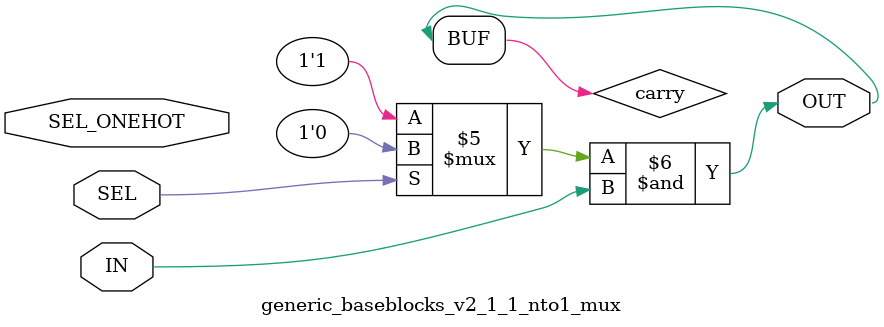
<source format=v>
`timescale 1ps/1ps


(* DowngradeIPIdentifiedWarnings="yes" *) 
module generic_baseblocks_v2_1_1_carry_and #
  (
   parameter         C_FAMILY                         = "virtex6"
                       // FPGA Family. Current version: virtex6 or spartan6.
   )
  (
   input  wire        CIN,
   input  wire        S,
   output wire        COUT
   );
  
  
  /////////////////////////////////////////////////////////////////////////////
  // Variables for generating parameter controlled instances.
  /////////////////////////////////////////////////////////////////////////////
  
  
  /////////////////////////////////////////////////////////////////////////////
  // Local params
  /////////////////////////////////////////////////////////////////////////////
  
  
  /////////////////////////////////////////////////////////////////////////////
  // Functions
  /////////////////////////////////////////////////////////////////////////////
  
  
  /////////////////////////////////////////////////////////////////////////////
  // Internal signals
  /////////////////////////////////////////////////////////////////////////////

  
  /////////////////////////////////////////////////////////////////////////////
  // Instantiate or use RTL code
  /////////////////////////////////////////////////////////////////////////////
  
  generate
    if ( C_FAMILY == "rtl" ) begin : USE_RTL
      assign COUT = CIN & S;
      
    end else begin : USE_FPGA
      MUXCY and_inst 
      (
       .O (COUT), 
       .CI (CIN), 
       .DI (1'b0), 
       .S (S)
      ); 
      
    end
  endgenerate
  
  
endmodule


// (c) Copyright 2010-2011, 2023 Advanced Micro Devices, Inc. All rights reserved.
//
// This file contains confidential and proprietary information
// of AMD and is protected under U.S. and international copyright
// and other intellectual property laws.
//
// DISCLAIMER
// This disclaimer is not a license and does not grant any
// rights to the materials distributed herewith. Except as
// otherwise provided in a valid license issued to you by
// AMD, and to the maximum extent permitted by applicable
// law: (1) THESE MATERIALS ARE MADE AVAILABLE "AS IS" AND
// WITH ALL FAULTS, AND AMD HEREBY DISCLAIMS ALL WARRANTIES
// AND CONDITIONS, EXPRESS, IMPLIED, OR STATUTORY, INCLUDING
// BUT NOT LIMITED TO WARRANTIES OF MERCHANTABILITY, NON-
// INFRINGEMENT, OR FITNESS FOR ANY PARTICULAR PURPOSE; and
// (2) AMD shall not be liable (whether in contract or tort,
// including negligence, or under any other theory of
// liability) for any loss or damage of any kind or nature
// related to, arising under or in connection with these
// materials, including for any direct, or any indirect,
// special, incidental, or consequential loss or damage
// (including loss of data, profits, goodwill, or any type of
// loss or damage suffered as a result of any action brought
// by a third party) even if such damage or loss was
// reasonably foreseeable or AMD had been advised of the
// possibility of the same.
//
// CRITICAL APPLICATIONS
// AMD products are not designed or intended to be fail-
// safe, or for use in any application requiring fail-safe
// performance, such as life-support or safety devices or
// systems, Class III medical devices, nuclear facilities,
// applications related to the deployment of airbags, or any
// other applications that could lead to death, personal
// injury, or severe property or environmental damage
// (individually and collectively, "Critical
// Applications"). Customer assumes the sole risk and
// liability of any use of AMD products in Critical
// Applications, subject only to applicable laws and
// regulations governing limitations on product liability.
//
// THIS COPYRIGHT NOTICE AND DISCLAIMER MUST BE RETAINED AS
// PART OF THIS FILE AT ALL TIMES.
////////////////////////////////////////////////////////////
//
// Description: 
//  Optimized AND with generic_baseblocks_v2_1_1_carry logic.
//
// Verilog-standard:  Verilog 2001
//--------------------------------------------------------------------------
//
// Structure:
//   
//
//--------------------------------------------------------------------------
`timescale 1ps/1ps


(* DowngradeIPIdentifiedWarnings="yes" *) 
module generic_baseblocks_v2_1_1_carry_latch_and #
  (
   parameter          C_FAMILY                         = "virtex6"
                       // FPGA Family. Current version: virtex6 or spartan6.
   )
  (
   input  wire        CIN,
   input  wire        I,
   output wire        O
   );
  
  
  /////////////////////////////////////////////////////////////////////////////
  // Variables for generating parameter controlled instances.
  /////////////////////////////////////////////////////////////////////////////
  
  
  /////////////////////////////////////////////////////////////////////////////
  // Local params
  /////////////////////////////////////////////////////////////////////////////
  
  
  /////////////////////////////////////////////////////////////////////////////
  // Functions
  /////////////////////////////////////////////////////////////////////////////
  
  
  /////////////////////////////////////////////////////////////////////////////
  // Internal signals
  /////////////////////////////////////////////////////////////////////////////

  
  /////////////////////////////////////////////////////////////////////////////
  // Instantiate or use RTL code
  /////////////////////////////////////////////////////////////////////////////
  
  generate
    if ( C_FAMILY == "rtl" ) begin : USE_RTL
      assign O = CIN & ~I;
      
    end else begin : USE_FPGA
      wire I_n;
      
      assign I_n = ~I;
    
      AND2B1L and2b1l_inst 
        (
         .O(O),
         .DI(CIN),
         .SRI(I_n)
        );
      
    end
  endgenerate
  
  
endmodule


// (c) Copyright 2010-2011, 2023 Advanced Micro Devices, Inc. All rights reserved.
//
// This file contains confidential and proprietary information
// of AMD and is protected under U.S. and international copyright
// and other intellectual property laws.
//
// DISCLAIMER
// This disclaimer is not a license and does not grant any
// rights to the materials distributed herewith. Except as
// otherwise provided in a valid license issued to you by
// AMD, and to the maximum extent permitted by applicable
// law: (1) THESE MATERIALS ARE MADE AVAILABLE "AS IS" AND
// WITH ALL FAULTS, AND AMD HEREBY DISCLAIMS ALL WARRANTIES
// AND CONDITIONS, EXPRESS, IMPLIED, OR STATUTORY, INCLUDING
// BUT NOT LIMITED TO WARRANTIES OF MERCHANTABILITY, NON-
// INFRINGEMENT, OR FITNESS FOR ANY PARTICULAR PURPOSE; and
// (2) AMD shall not be liable (whether in contract or tort,
// including negligence, or under any other theory of
// liability) for any loss or damage of any kind or nature
// related to, arising under or in connection with these
// materials, including for any direct, or any indirect,
// special, incidental, or consequential loss or damage
// (including loss of data, profits, goodwill, or any type of
// loss or damage suffered as a result of any action brought
// by a third party) even if such damage or loss was
// reasonably foreseeable or AMD had been advised of the
// possibility of the same.
//
// CRITICAL APPLICATIONS
// AMD products are not designed or intended to be fail-
// safe, or for use in any application requiring fail-safe
// performance, such as life-support or safety devices or
// systems, Class III medical devices, nuclear facilities,
// applications related to the deployment of airbags, or any
// other applications that could lead to death, personal
// injury, or severe property or environmental damage
// (individually and collectively, "Critical
// Applications"). Customer assumes the sole risk and
// liability of any use of AMD products in Critical
// Applications, subject only to applicable laws and
// regulations governing limitations on product liability.
//
// THIS COPYRIGHT NOTICE AND DISCLAIMER MUST BE RETAINED AS
// PART OF THIS FILE AT ALL TIMES.
////////////////////////////////////////////////////////////
//
// Description: 
//  Optimized OR with generic_baseblocks_v2_1_1_carry logic.
//
// Verilog-standard:  Verilog 2001
//--------------------------------------------------------------------------
//
// Structure:
//   
//
//--------------------------------------------------------------------------
`timescale 1ps/1ps


(* DowngradeIPIdentifiedWarnings="yes" *) 
module generic_baseblocks_v2_1_1_carry_latch_or #
  (
   parameter          C_FAMILY                         = "virtex6"
                       // FPGA Family. Current version: virtex6 or spartan6.
   )
  (
   input  wire        CIN,
   input  wire        I,
   output wire        O
   );
  
  
  /////////////////////////////////////////////////////////////////////////////
  // Variables for generating parameter controlled instances.
  /////////////////////////////////////////////////////////////////////////////
  
  
  /////////////////////////////////////////////////////////////////////////////
  // Local params
  /////////////////////////////////////////////////////////////////////////////
  
  
  /////////////////////////////////////////////////////////////////////////////
  // Functions
  /////////////////////////////////////////////////////////////////////////////
  
  
  /////////////////////////////////////////////////////////////////////////////
  // Internal signals
  /////////////////////////////////////////////////////////////////////////////
  
  
  /////////////////////////////////////////////////////////////////////////////
  // Instantiate or use RTL code
  /////////////////////////////////////////////////////////////////////////////
  
  generate
    if ( C_FAMILY == "rtl" ) begin : USE_RTL
      assign O = CIN | I;
      
    end else begin : USE_FPGA
      OR2L or2l_inst1
        (
         .O(O),
         .DI(CIN),
         .SRI(I)
        );
      
    end
  endgenerate
  
  
endmodule


// (c) Copyright 2010-2011, 2023 Advanced Micro Devices, Inc. All rights reserved.
//
// This file contains confidential and proprietary information
// of AMD and is protected under U.S. and international copyright
// and other intellectual property laws.
//
// DISCLAIMER
// This disclaimer is not a license and does not grant any
// rights to the materials distributed herewith. Except as
// otherwise provided in a valid license issued to you by
// AMD, and to the maximum extent permitted by applicable
// law: (1) THESE MATERIALS ARE MADE AVAILABLE "AS IS" AND
// WITH ALL FAULTS, AND AMD HEREBY DISCLAIMS ALL WARRANTIES
// AND CONDITIONS, EXPRESS, IMPLIED, OR STATUTORY, INCLUDING
// BUT NOT LIMITED TO WARRANTIES OF MERCHANTABILITY, NON-
// INFRINGEMENT, OR FITNESS FOR ANY PARTICULAR PURPOSE; and
// (2) AMD shall not be liable (whether in contract or tort,
// including negligence, or under any other theory of
// liability) for any loss or damage of any kind or nature
// related to, arising under or in connection with these
// materials, including for any direct, or any indirect,
// special, incidental, or consequential loss or damage
// (including loss of data, profits, goodwill, or any type of
// loss or damage suffered as a result of any action brought
// by a third party) even if such damage or loss was
// reasonably foreseeable or AMD had been advised of the
// possibility of the same.
//
// CRITICAL APPLICATIONS
// AMD products are not designed or intended to be fail-
// safe, or for use in any application requiring fail-safe
// performance, such as life-support or safety devices or
// systems, Class III medical devices, nuclear facilities,
// applications related to the deployment of airbags, or any
// other applications that could lead to death, personal
// injury, or severe property or environmental damage
// (individually and collectively, "Critical
// Applications"). Customer assumes the sole risk and
// liability of any use of AMD products in Critical
// Applications, subject only to applicable laws and
// regulations governing limitations on product liability.
//
// THIS COPYRIGHT NOTICE AND DISCLAIMER MUST BE RETAINED AS
// PART OF THIS FILE AT ALL TIMES.
////////////////////////////////////////////////////////////
//
// Description: 
//  Optimized OR with generic_baseblocks_v2_1_1_carry logic.
//
// Verilog-standard:  Verilog 2001
//--------------------------------------------------------------------------
//
// Structure:
//   
//
//--------------------------------------------------------------------------
`timescale 1ps/1ps


(* DowngradeIPIdentifiedWarnings="yes" *) 
module generic_baseblocks_v2_1_1_carry_or #
  (
   parameter         C_FAMILY                         = "virtex6"
                       // FPGA Family. Current version: virtex6 or spartan6.
   )
  (
   input  wire        CIN,
   input  wire        S,
   output wire        COUT
   );
  
  
  /////////////////////////////////////////////////////////////////////////////
  // Variables for generating parameter controlled instances.
  /////////////////////////////////////////////////////////////////////////////
  
  
  /////////////////////////////////////////////////////////////////////////////
  // Local params
  /////////////////////////////////////////////////////////////////////////////
  
  
  /////////////////////////////////////////////////////////////////////////////
  // Functions
  /////////////////////////////////////////////////////////////////////////////
  
  
  /////////////////////////////////////////////////////////////////////////////
  // Internal signals
  /////////////////////////////////////////////////////////////////////////////
  
  
  /////////////////////////////////////////////////////////////////////////////
  // Instantiate or use RTL code
  /////////////////////////////////////////////////////////////////////////////
  
  generate
    if ( C_FAMILY == "rtl" ) begin : USE_RTL
      assign COUT = CIN | S;
      
    end else begin : USE_FPGA
      wire S_n;
      
      assign S_n = ~S;
    
      MUXCY and_inst 
      (
       .O (COUT), 
       .CI (CIN), 
       .DI (1'b1), 
       .S (S_n)
      ); 
      
    end
  endgenerate
  
  
endmodule


// (c) Copyright 2010-2011, 2023 Advanced Micro Devices, Inc. All rights reserved.
//
// This file contains confidential and proprietary information
// of AMD and is protected under U.S. and international copyright
// and other intellectual property laws.
//
// DISCLAIMER
// This disclaimer is not a license and does not grant any
// rights to the materials distributed herewith. Except as
// otherwise provided in a valid license issued to you by
// AMD, and to the maximum extent permitted by applicable
// law: (1) THESE MATERIALS ARE MADE AVAILABLE "AS IS" AND
// WITH ALL FAULTS, AND AMD HEREBY DISCLAIMS ALL WARRANTIES
// AND CONDITIONS, EXPRESS, IMPLIED, OR STATUTORY, INCLUDING
// BUT NOT LIMITED TO WARRANTIES OF MERCHANTABILITY, NON-
// INFRINGEMENT, OR FITNESS FOR ANY PARTICULAR PURPOSE; and
// (2) AMD shall not be liable (whether in contract or tort,
// including negligence, or under any other theory of
// liability) for any loss or damage of any kind or nature
// related to, arising under or in connection with these
// materials, including for any direct, or any indirect,
// special, incidental, or consequential loss or damage
// (including loss of data, profits, goodwill, or any type of
// loss or damage suffered as a result of any action brought
// by a third party) even if such damage or loss was
// reasonably foreseeable or AMD had been advised of the
// possibility of the same.
//
// CRITICAL APPLICATIONS
// AMD products are not designed or intended to be fail-
// safe, or for use in any application requiring fail-safe
// performance, such as life-support or safety devices or
// systems, Class III medical devices, nuclear facilities,
// applications related to the deployment of airbags, or any
// other applications that could lead to death, personal
// injury, or severe property or environmental damage
// (individually and collectively, "Critical
// Applications"). Customer assumes the sole risk and
// liability of any use of AMD products in Critical
// Applications, subject only to applicable laws and
// regulations governing limitations on product liability.
//
// THIS COPYRIGHT NOTICE AND DISCLAIMER MUST BE RETAINED AS
// PART OF THIS FILE AT ALL TIMES.
////////////////////////////////////////////////////////////
//
// Description: 
//  Carry logic.
//
// Verilog-standard:  Verilog 2001
//--------------------------------------------------------------------------
//
// Structure:
//   
//
//--------------------------------------------------------------------------
`timescale 1ps/1ps


(* DowngradeIPIdentifiedWarnings="yes" *) 
module generic_baseblocks_v2_1_1_carry #
  (
   parameter         C_FAMILY                         = "virtex6"
                       // FPGA Family. Current version: virtex6 or spartan6.
   )
  (
   input  wire        CIN,
   input  wire        S,
   input  wire        DI,
   output wire        COUT
   );
  
  
  /////////////////////////////////////////////////////////////////////////////
  // Variables for generating parameter controlled instances.
  /////////////////////////////////////////////////////////////////////////////
  
  
  /////////////////////////////////////////////////////////////////////////////
  // Local params
  /////////////////////////////////////////////////////////////////////////////
  
  
  /////////////////////////////////////////////////////////////////////////////
  // Functions
  /////////////////////////////////////////////////////////////////////////////
  
  
  /////////////////////////////////////////////////////////////////////////////
  // Internal signals
  /////////////////////////////////////////////////////////////////////////////
  
  
  /////////////////////////////////////////////////////////////////////////////
  // Instantiate or use RTL code
  /////////////////////////////////////////////////////////////////////////////
  
  generate
    if ( C_FAMILY == "rtl" ) begin : USE_RTL
      assign COUT = (CIN & S) | (DI & ~S);
      
    end else begin : USE_FPGA
    
      MUXCY and_inst 
      (
       .O (COUT), 
       .CI (CIN), 
       .DI (DI), 
       .S (S)
      ); 
      
    end
  endgenerate
  
  
endmodule


// (c) Copyright 2010-2011, 2023 Advanced Micro Devices, Inc. All rights reserved.
//
// This file contains confidential and proprietary information
// of AMD and is protected under U.S. and international copyright
// and other intellectual property laws.
//
// DISCLAIMER
// This disclaimer is not a license and does not grant any
// rights to the materials distributed herewith. Except as
// otherwise provided in a valid license issued to you by
// AMD, and to the maximum extent permitted by applicable
// law: (1) THESE MATERIALS ARE MADE AVAILABLE "AS IS" AND
// WITH ALL FAULTS, AND AMD HEREBY DISCLAIMS ALL WARRANTIES
// AND CONDITIONS, EXPRESS, IMPLIED, OR STATUTORY, INCLUDING
// BUT NOT LIMITED TO WARRANTIES OF MERCHANTABILITY, NON-
// INFRINGEMENT, OR FITNESS FOR ANY PARTICULAR PURPOSE; and
// (2) AMD shall not be liable (whether in contract or tort,
// including negligence, or under any other theory of
// liability) for any loss or damage of any kind or nature
// related to, arising under or in connection with these
// materials, including for any direct, or any indirect,
// special, incidental, or consequential loss or damage
// (including loss of data, profits, goodwill, or any type of
// loss or damage suffered as a result of any action brought
// by a third party) even if such damage or loss was
// reasonably foreseeable or AMD had been advised of the
// possibility of the same.
//
// CRITICAL APPLICATIONS
// AMD products are not designed or intended to be fail-
// safe, or for use in any application requiring fail-safe
// performance, such as life-support or safety devices or
// systems, Class III medical devices, nuclear facilities,
// applications related to the deployment of airbags, or any
// other applications that could lead to death, personal
// injury, or severe property or environmental damage
// (individually and collectively, "Critical
// Applications"). Customer assumes the sole risk and
// liability of any use of AMD products in Critical
// Applications, subject only to applicable laws and
// regulations governing limitations on product liability.
//
// THIS COPYRIGHT NOTICE AND DISCLAIMER MUST BE RETAINED AS
// PART OF THIS FILE AT ALL TIMES.
////////////////////////////////////////////////////////////
//
// Description: 
//  Optimized 16/32 word deep FIFO.
//
// Verilog-standard:  Verilog 2001
//--------------------------------------------------------------------------
//
// Structure:
//   
//
//--------------------------------------------------------------------------
`timescale 1ps/1ps


(* DowngradeIPIdentifiedWarnings="yes" *) 
module generic_baseblocks_v2_1_1_command_fifo #
  (
   parameter         C_FAMILY                        = "virtex6",
   parameter integer C_ENABLE_S_VALID_CARRY          = 0,
   parameter integer C_ENABLE_REGISTERED_OUTPUT      = 0,
   parameter integer C_FIFO_DEPTH_LOG                = 5,      // FIFO depth = 2**C_FIFO_DEPTH_LOG
                                                               // Range = [4:5].
   parameter integer C_FIFO_WIDTH                    = 64      // Width of payload [1:512]
   )
  (
   // Global inputs
   input  wire                        ACLK,    // Clock
   input  wire                        ARESET,  // Reset
   // Information
   output wire                        EMPTY,   // FIFO empty (all stages)
   // Slave  Port
   input  wire [C_FIFO_WIDTH-1:0]     S_MESG,  // Payload (may be any set of channel signals)
   input  wire                        S_VALID, // FIFO push
   output wire                        S_READY, // FIFO not full
   // Master  Port
   output wire [C_FIFO_WIDTH-1:0]     M_MESG,  // Payload
   output wire                        M_VALID, // FIFO not empty
   input  wire                        M_READY  // FIFO pop
   );

  /////////////////////////////////////////////////////////////////////////////
  // Variables for generating parameter controlled instances.
  /////////////////////////////////////////////////////////////////////////////
  
  // Generate variable for data vector.
  genvar addr_cnt;
  genvar bit_cnt;
  integer index;
  
  
  /////////////////////////////////////////////////////////////////////////////
  // Internal signals
  /////////////////////////////////////////////////////////////////////////////
  
  wire [C_FIFO_DEPTH_LOG-1:0] addr;
  wire                        buffer_Full;
  wire                        buffer_Empty;
  
  wire                        next_Data_Exists;
  reg                         data_Exists_I = 1'b0;
  
  wire                        valid_Write;
  wire                        new_write;
  
  wire [C_FIFO_DEPTH_LOG-1:0] hsum_A;
  wire [C_FIFO_DEPTH_LOG-1:0] sum_A;
  wire [C_FIFO_DEPTH_LOG-1:0] addr_cy;

  wire                        buffer_full_early;
  
  wire [C_FIFO_WIDTH-1:0]     M_MESG_I;   // Payload
  wire                        M_VALID_I;  // FIFO not empty
  wire                        M_READY_I;  // FIFO pop
  
  /////////////////////////////////////////////////////////////////////////////
  // Create Flags 
  /////////////////////////////////////////////////////////////////////////////
  
  assign buffer_full_early  = ( (addr == {{C_FIFO_DEPTH_LOG-1{1'b1}}, 1'b0}) & valid_Write & ~M_READY_I ) |
                              ( buffer_Full & ~M_READY_I );

  assign S_READY            = ~buffer_Full;

  assign buffer_Empty       = (addr == {C_FIFO_DEPTH_LOG{1'b0}});

  assign next_Data_Exists   = (data_Exists_I & ~buffer_Empty) |
                              (buffer_Empty & S_VALID) |
                              (data_Exists_I & ~(M_READY_I & data_Exists_I));

  always @ (posedge ACLK) begin
    if (ARESET) begin
      data_Exists_I <= 1'b0;
    end else begin
      data_Exists_I <= next_Data_Exists;
    end
  end

  assign M_VALID_I = data_Exists_I;
  
  // Select RTL or FPGA optimized instatiations for critical parts.
  generate
    if ( C_FAMILY == "rtl" || C_ENABLE_S_VALID_CARRY == 0 ) begin : USE_RTL_VALID_WRITE
      reg                         buffer_Full_q = 1'b0;
      
      assign valid_Write = S_VALID & ~buffer_Full;
      
      assign new_write = (S_VALID | ~buffer_Empty);
     
      assign addr_cy[0] = valid_Write;
      
      always @ (posedge ACLK) begin
        if (ARESET) begin
          buffer_Full_q <= 1'b0;
        end else if ( data_Exists_I ) begin
          buffer_Full_q <= buffer_full_early;
        end
      end
      assign buffer_Full = buffer_Full_q;
      
    end else begin : USE_FPGA_VALID_WRITE
      wire s_valid_dummy1;
      wire s_valid_dummy2;
      wire sel_s_valid;
      wire sel_new_write;
      wire valid_Write_dummy1;
      wire valid_Write_dummy2;
      
      assign sel_s_valid = ~buffer_Full;
      
      generic_baseblocks_v2_1_1_carry_and #
        (
         .C_FAMILY(C_FAMILY)
         ) s_valid_dummy_inst1
        (
         .CIN(S_VALID),
         .S(1'b1),
         .COUT(s_valid_dummy1)
         );
      
      generic_baseblocks_v2_1_1_carry_and #
        (
         .C_FAMILY(C_FAMILY)
         ) s_valid_dummy_inst2
        (
         .CIN(s_valid_dummy1),
         .S(1'b1),
         .COUT(s_valid_dummy2)
         );
      
      generic_baseblocks_v2_1_1_carry_and #
        (
         .C_FAMILY(C_FAMILY)
         ) valid_write_inst
        (
         .CIN(s_valid_dummy2),
         .S(sel_s_valid),
         .COUT(valid_Write)
         );
      
      assign sel_new_write = ~buffer_Empty;
       
      generic_baseblocks_v2_1_1_carry_latch_or #
        (
         .C_FAMILY(C_FAMILY)
         ) new_write_inst
        (
         .CIN(valid_Write),
         .I(sel_new_write),
         .O(new_write)
         );
         
      generic_baseblocks_v2_1_1_carry_and #
        (
         .C_FAMILY(C_FAMILY)
         ) valid_write_dummy_inst1
        (
         .CIN(valid_Write),
         .S(1'b1),
         .COUT(valid_Write_dummy1)
         );
      
      generic_baseblocks_v2_1_1_carry_and #
        (
         .C_FAMILY(C_FAMILY)
         ) valid_write_dummy_inst2
        (
         .CIN(valid_Write_dummy1),
         .S(1'b1),
         .COUT(valid_Write_dummy2)
         );
      
      generic_baseblocks_v2_1_1_carry_and #
        (
         .C_FAMILY(C_FAMILY)
         ) valid_write_dummy_inst3
        (
         .CIN(valid_Write_dummy2),
         .S(1'b1),
         .COUT(addr_cy[0])
         );
      
      FDRE #(
       .INIT(1'b0)              // Initial value of register (1'b0 or 1'b1)
       ) FDRE_I1 (
       .Q(buffer_Full),         // Data output
       .C(ACLK),                // Clock input
       .CE(data_Exists_I),      // Clock enable input
       .R(ARESET),              // Synchronous reset input
       .D(buffer_full_early)    // Data input
       );
       
    end
  endgenerate
      
    
  /////////////////////////////////////////////////////////////////////////////
  // Create address pointer
  /////////////////////////////////////////////////////////////////////////////

  generate
    if ( C_FAMILY == "rtl" ) begin : USE_RTL_ADDR
    
      reg  [C_FIFO_DEPTH_LOG-1:0] addr_q = {C_FIFO_DEPTH_LOG{1'b0}};
      
      always @ (posedge ACLK) begin
        if (ARESET) begin
          addr_q <= {C_FIFO_DEPTH_LOG{1'b0}};
        end else if ( data_Exists_I ) begin
          if ( valid_Write & ~(M_READY_I & data_Exists_I) ) begin
            addr_q <= addr_q + 1'b1;
          end else if ( ~valid_Write & (M_READY_I & data_Exists_I) & ~buffer_Empty ) begin
            addr_q <= addr_q - 1'b1;
          end
          else begin
            addr_q <= addr_q;
          end
        end
        else begin
          addr_q <= addr_q;
        end
      end
      
      assign addr = addr_q;
      
    end else begin : USE_FPGA_ADDR
      for (addr_cnt = 0; addr_cnt < C_FIFO_DEPTH_LOG ; addr_cnt = addr_cnt + 1) begin : ADDR_GEN
        assign hsum_A[addr_cnt] = ((M_READY_I & data_Exists_I) ^ addr[addr_cnt]) & new_write;
        
        // Don't need the last muxcy, addr_cy(last) is not used anywhere
        if ( addr_cnt < C_FIFO_DEPTH_LOG - 1 ) begin : USE_MUXCY
          MUXCY MUXCY_inst (
           .DI(addr[addr_cnt]),
           .CI(addr_cy[addr_cnt]),
           .S(hsum_A[addr_cnt]),
           .O(addr_cy[addr_cnt+1])
           );
           
        end
        else begin : NO_MUXCY
        end
        
        XORCY XORCY_inst (
         .LI(hsum_A[addr_cnt]),
         .CI(addr_cy[addr_cnt]),
         .O(sum_A[addr_cnt])
         );
        
        FDRE #(
         .INIT(1'b0)             // Initial value of register (1'b0 or 1'b1)
         ) FDRE_inst (
         .Q(addr[addr_cnt]),     // Data output
         .C(ACLK),               // Clock input
         .CE(data_Exists_I),     // Clock enable input
         .R(ARESET),             // Synchronous reset input
         .D(sum_A[addr_cnt])     // Data input
         );
        
      end // end for bit_cnt
    end // C_FAMILY
  endgenerate
      
      
  /////////////////////////////////////////////////////////////////////////////
  // Data storage
  /////////////////////////////////////////////////////////////////////////////
  
  generate
    if ( C_FAMILY == "rtl" ) begin : USE_RTL_FIFO
      reg  [C_FIFO_WIDTH-1:0] data_srl[2 ** C_FIFO_DEPTH_LOG-1:0];
      
      always @ (posedge ACLK) begin
        if ( valid_Write ) begin
          for (index = 0; index < 2 ** C_FIFO_DEPTH_LOG-1 ; index = index + 1) begin
            data_srl[index+1] <= data_srl[index];
          end
          data_srl[0]   <= S_MESG;
        end
      end
      
      assign M_MESG_I = data_srl[addr];
      
    end else begin : USE_FPGA_FIFO
      for (bit_cnt = 0; bit_cnt < C_FIFO_WIDTH ; bit_cnt = bit_cnt + 1) begin : DATA_GEN
        
        if ( C_FIFO_DEPTH_LOG == 5 ) begin : USE_32
            SRLC32E # (
             .INIT(32'h00000000)    // Initial Value of Shift Register
            ) SRLC32E_inst (
             .Q(M_MESG_I[bit_cnt]), // SRL data output
             .Q31(),                // SRL cascade output pin
             .A(addr),              // 5-bit shift depth select input
             .CE(valid_Write),      // Clock enable input
             .CLK(ACLK),            // Clock input
             .D(S_MESG[bit_cnt])    // SRL data input
            );
        end else begin : USE_16
            SRLC16E # (
             .INIT(32'h00000000)    // Initial Value of Shift Register
            ) SRLC16E_inst (
             .Q(M_MESG_I[bit_cnt]), // SRL data output
             .Q15(),                // SRL cascade output pin
             .A0(addr[0]),          // 4-bit shift depth select input 0
             .A1(addr[1]),          // 4-bit shift depth select input 1
             .A2(addr[2]),          // 4-bit shift depth select input 2
             .A3(addr[3]),          // 4-bit shift depth select input 3
             .CE(valid_Write),      // Clock enable input
             .CLK(ACLK),            // Clock input
             .D(S_MESG[bit_cnt])    // SRL data input
            );
        end // C_FIFO_DEPTH_LOG
      
      end // end for bit_cnt
    end // C_FAMILY
  endgenerate
  
  
  /////////////////////////////////////////////////////////////////////////////
  // Pipeline stage
  /////////////////////////////////////////////////////////////////////////////
  
  generate
    if ( C_ENABLE_REGISTERED_OUTPUT != 0 ) begin : USE_FF_OUT
      
      wire [C_FIFO_WIDTH-1:0]     M_MESG_FF;    // Payload
      wire                        M_VALID_FF;   // FIFO not empty
      
      // Select RTL or FPGA optimized instatiations for critical parts.
      if ( C_FAMILY == "rtl" ) begin : USE_RTL_OUTPUT_PIPELINE
      
        reg  [C_FIFO_WIDTH-1:0]     M_MESG_Q;   // Payload
        reg                         M_VALID_Q = 1'b0;  // FIFO not empty
        
        always @ (posedge ACLK) begin
          if (ARESET) begin
            M_MESG_Q    <= {C_FIFO_WIDTH{1'b0}};
            M_VALID_Q   <= 1'b0;
          end else begin
            if ( M_READY_I ) begin
              M_MESG_Q    <= M_MESG_I;
              M_VALID_Q   <= M_VALID_I;
            end
          end
        end
      
        assign M_MESG_FF     = M_MESG_Q;
        assign M_VALID_FF    = M_VALID_Q;
        
      end else begin : USE_FPGA_OUTPUT_PIPELINE
      
        reg  [C_FIFO_WIDTH-1:0]     M_MESG_CMB;   // Payload
        reg                         M_VALID_CMB;  // FIFO not empty
        
        always @ *
        begin
          if ( M_READY_I ) begin
            M_MESG_CMB  <= M_MESG_I;
            M_VALID_CMB <= M_VALID_I;
          end else begin
            M_MESG_CMB  <= M_MESG_FF;
            M_VALID_CMB <= M_VALID_FF;
          end
        end
        
        for (bit_cnt = 0; bit_cnt < C_FIFO_WIDTH ; bit_cnt = bit_cnt + 1) begin : DATA_GEN
              
          FDRE #(
           .INIT(1'b0)                    // Initial value of register (1'b0 or 1'b1)
           ) FDRE_inst (
           .Q(M_MESG_FF[bit_cnt]),        // Data output
           .C(ACLK),                      // Clock input
           .CE(1'b1),                     // Clock enable input
           .R(ARESET),                    // Synchronous reset input
           .D(M_MESG_CMB[bit_cnt])        // Data input
           );
        end // end for bit_cnt
            
        FDRE #(
         .INIT(1'b0)                    // Initial value of register (1'b0 or 1'b1)
         ) FDRE_inst (
         .Q(M_VALID_FF),                // Data output
         .C(ACLK),                      // Clock input
         .CE(1'b1),                     // Clock enable input
         .R(ARESET),                    // Synchronous reset input
         .D(M_VALID_CMB)                // Data input
         );
      
      end
      
      assign EMPTY      = ~M_VALID_I & ~M_VALID_FF;
      assign M_MESG     = M_MESG_FF;
      assign M_VALID    = M_VALID_FF;
      assign M_READY_I  = ( M_READY & M_VALID_FF ) | ~M_VALID_FF;
      
    end else begin : NO_FF_OUT
      
      assign EMPTY      = ~M_VALID_I;
      assign M_MESG     = M_MESG_I;
      assign M_VALID    = M_VALID_I;
      assign M_READY_I  = M_READY;
      
    end
  endgenerate

endmodule


// (c) Copyright 2010-2011, 2023 Advanced Micro Devices, Inc. All rights reserved.
//
// This file contains confidential and proprietary information
// of AMD and is protected under U.S. and international copyright
// and other intellectual property laws.
//
// DISCLAIMER
// This disclaimer is not a license and does not grant any
// rights to the materials distributed herewith. Except as
// otherwise provided in a valid license issued to you by
// AMD, and to the maximum extent permitted by applicable
// law: (1) THESE MATERIALS ARE MADE AVAILABLE "AS IS" AND
// WITH ALL FAULTS, AND AMD HEREBY DISCLAIMS ALL WARRANTIES
// AND CONDITIONS, EXPRESS, IMPLIED, OR STATUTORY, INCLUDING
// BUT NOT LIMITED TO WARRANTIES OF MERCHANTABILITY, NON-
// INFRINGEMENT, OR FITNESS FOR ANY PARTICULAR PURPOSE; and
// (2) AMD shall not be liable (whether in contract or tort,
// including negligence, or under any other theory of
// liability) for any loss or damage of any kind or nature
// related to, arising under or in connection with these
// materials, including for any direct, or any indirect,
// special, incidental, or consequential loss or damage
// (including loss of data, profits, goodwill, or any type of
// loss or damage suffered as a result of any action brought
// by a third party) even if such damage or loss was
// reasonably foreseeable or AMD had been advised of the
// possibility of the same.
//
// CRITICAL APPLICATIONS
// AMD products are not designed or intended to be fail-
// safe, or for use in any application requiring fail-safe
// performance, such as life-support or safety devices or
// systems, Class III medical devices, nuclear facilities,
// applications related to the deployment of airbags, or any
// other applications that could lead to death, personal
// injury, or severe property or environmental damage
// (individually and collectively, "Critical
// Applications"). Customer assumes the sole risk and
// liability of any use of AMD products in Critical
// Applications, subject only to applicable laws and
// regulations governing limitations on product liability.
//
// THIS COPYRIGHT NOTICE AND DISCLAIMER MUST BE RETAINED AS
// PART OF THIS FILE AT ALL TIMES.
////////////////////////////////////////////////////////////
//
// Description: 
//  Optimized COMPARATOR (against constant) with generic_baseblocks_v2_1_1_carry logic.
//
// Verilog-standard:  Verilog 2001
//--------------------------------------------------------------------------
//
// Structure:
//   
//
//--------------------------------------------------------------------------
`timescale 1ps/1ps

(* DowngradeIPIdentifiedWarnings="yes" *) 
module generic_baseblocks_v2_1_1_comparator_mask_static #
  (
   parameter         C_FAMILY                         = "virtex6", 
                       // FPGA Family. Current version: virtex6 or spartan6.
   parameter         C_VALUE                          = 4'b0,
                       // Static value to compare against.
   parameter integer C_DATA_WIDTH                     = 4
                       // Data width for comparator.
   )
  (
   input  wire                    CIN,
   input  wire [C_DATA_WIDTH-1:0] A,
   input  wire [C_DATA_WIDTH-1:0] M,
   output wire                    COUT
   );
  
  
  /////////////////////////////////////////////////////////////////////////////
  // Variables for generating parameter controlled instances.
  /////////////////////////////////////////////////////////////////////////////
  
  // Generate variable for bit vector.
  genvar lut_cnt;
  
  
  /////////////////////////////////////////////////////////////////////////////
  // Local params
  /////////////////////////////////////////////////////////////////////////////
  
  // Bits per LUT for this architecture.
  localparam integer C_BITS_PER_LUT   = 3;
  
  // Constants for packing levels.
  localparam integer C_NUM_LUT        = ( C_DATA_WIDTH + C_BITS_PER_LUT - 1 ) / C_BITS_PER_LUT;
  
  // 
  localparam integer C_FIX_DATA_WIDTH = ( C_NUM_LUT * C_BITS_PER_LUT > C_DATA_WIDTH ) ? C_NUM_LUT * C_BITS_PER_LUT :
                                        C_DATA_WIDTH;
  
  
  /////////////////////////////////////////////////////////////////////////////
  // Functions
  /////////////////////////////////////////////////////////////////////////////
  
  
  /////////////////////////////////////////////////////////////////////////////
  // Internal signals
  /////////////////////////////////////////////////////////////////////////////
  
  wire [C_FIX_DATA_WIDTH-1:0] a_local;
  wire [C_FIX_DATA_WIDTH-1:0] b_local;
  wire [C_FIX_DATA_WIDTH-1:0] m_local;
  wire [C_NUM_LUT-1:0]        sel;
  wire [C_NUM_LUT:0]          carry_local;
  
  
  /////////////////////////////////////////////////////////////////////////////
  // 
  /////////////////////////////////////////////////////////////////////////////
  
  generate
    // Assign input to local vectors.
    assign carry_local[0] = CIN;
    
    // Extend input data to fit.
    if ( C_NUM_LUT * C_BITS_PER_LUT > C_DATA_WIDTH ) begin : USE_EXTENDED_DATA
      assign a_local        = {A,       {C_NUM_LUT * C_BITS_PER_LUT - C_DATA_WIDTH{1'b0}}};
      assign b_local        = {C_VALUE, {C_NUM_LUT * C_BITS_PER_LUT - C_DATA_WIDTH{1'b0}}};
      assign m_local        = {M, {C_NUM_LUT * C_BITS_PER_LUT - C_DATA_WIDTH{1'b0}}};
    end else begin : NO_EXTENDED_DATA
      assign a_local        = A;
      assign b_local        = C_VALUE;
      assign m_local        = M;
    end
    
    // Instantiate one generic_baseblocks_v2_1_1_carry and per level.
    for (lut_cnt = 0; lut_cnt < C_NUM_LUT ; lut_cnt = lut_cnt + 1) begin : LUT_LEVEL
      // Create the local select signal
      assign sel[lut_cnt] = ( ( a_local[lut_cnt*C_BITS_PER_LUT +: C_BITS_PER_LUT] &
                                m_local[lut_cnt*C_BITS_PER_LUT +: C_BITS_PER_LUT] ) == 
                              ( b_local[lut_cnt*C_BITS_PER_LUT +: C_BITS_PER_LUT] &
                                m_local[lut_cnt*C_BITS_PER_LUT +: C_BITS_PER_LUT] ) );
    
      // Instantiate each LUT level.
      generic_baseblocks_v2_1_1_carry_and # 
      (
       .C_FAMILY(C_FAMILY)
      ) compare_inst 
      (
       .COUT  (carry_local[lut_cnt+1]),
       .CIN   (carry_local[lut_cnt]),
       .S     (sel[lut_cnt])
      ); 
      
    end // end for lut_cnt
    
    // Assign output from local vector.
    assign COUT = carry_local[C_NUM_LUT];
    
  endgenerate
  
  
endmodule


// (c) Copyright 2010-2011, 2023 Advanced Micro Devices, Inc. All rights reserved.
//
// This file contains confidential and proprietary information
// of AMD and is protected under U.S. and international copyright
// and other intellectual property laws.
//
// DISCLAIMER
// This disclaimer is not a license and does not grant any
// rights to the materials distributed herewith. Except as
// otherwise provided in a valid license issued to you by
// AMD, and to the maximum extent permitted by applicable
// law: (1) THESE MATERIALS ARE MADE AVAILABLE "AS IS" AND
// WITH ALL FAULTS, AND AMD HEREBY DISCLAIMS ALL WARRANTIES
// AND CONDITIONS, EXPRESS, IMPLIED, OR STATUTORY, INCLUDING
// BUT NOT LIMITED TO WARRANTIES OF MERCHANTABILITY, NON-
// INFRINGEMENT, OR FITNESS FOR ANY PARTICULAR PURPOSE; and
// (2) AMD shall not be liable (whether in contract or tort,
// including negligence, or under any other theory of
// liability) for any loss or damage of any kind or nature
// related to, arising under or in connection with these
// materials, including for any direct, or any indirect,
// special, incidental, or consequential loss or damage
// (including loss of data, profits, goodwill, or any type of
// loss or damage suffered as a result of any action brought
// by a third party) even if such damage or loss was
// reasonably foreseeable or AMD had been advised of the
// possibility of the same.
//
// CRITICAL APPLICATIONS
// AMD products are not designed or intended to be fail-
// safe, or for use in any application requiring fail-safe
// performance, such as life-support or safety devices or
// systems, Class III medical devices, nuclear facilities,
// applications related to the deployment of airbags, or any
// other applications that could lead to death, personal
// injury, or severe property or environmental damage
// (individually and collectively, "Critical
// Applications"). Customer assumes the sole risk and
// liability of any use of AMD products in Critical
// Applications, subject only to applicable laws and
// regulations governing limitations on product liability.
//
// THIS COPYRIGHT NOTICE AND DISCLAIMER MUST BE RETAINED AS
// PART OF THIS FILE AT ALL TIMES.
////////////////////////////////////////////////////////////
//
// Description: 
//  Optimized COMPARATOR with generic_baseblocks_v2_1_1_carry logic.
//
// Verilog-standard:  Verilog 2001
//--------------------------------------------------------------------------
//
// Structure:
//   
//
//--------------------------------------------------------------------------
`timescale 1ps/1ps

(* DowngradeIPIdentifiedWarnings="yes" *) 
module generic_baseblocks_v2_1_1_comparator_mask #
  (
   parameter         C_FAMILY                         = "virtex6", 
                       // FPGA Family. Current version: virtex6 or spartan6.
   parameter integer C_DATA_WIDTH                     = 4
                       // Data width for comparator.
   )
  (
   input  wire                    CIN,
   input  wire [C_DATA_WIDTH-1:0] A,
   input  wire [C_DATA_WIDTH-1:0] B,
   input  wire [C_DATA_WIDTH-1:0] M,
   output wire                    COUT
   );
  
  
  /////////////////////////////////////////////////////////////////////////////
  // Variables for generating parameter controlled instances.
  /////////////////////////////////////////////////////////////////////////////
  
  // Generate variable for bit vector.
  genvar lut_cnt;
  
  
  /////////////////////////////////////////////////////////////////////////////
  // Local params
  /////////////////////////////////////////////////////////////////////////////
  
  // Bits per LUT for this architecture.
  localparam integer C_BITS_PER_LUT   = 2;
  
  // Constants for packing levels.
  localparam integer C_NUM_LUT        = ( C_DATA_WIDTH + C_BITS_PER_LUT - 1 ) / C_BITS_PER_LUT;
  
  // 
  localparam integer C_FIX_DATA_WIDTH = ( C_NUM_LUT * C_BITS_PER_LUT > C_DATA_WIDTH ) ? C_NUM_LUT * C_BITS_PER_LUT :
                                        C_DATA_WIDTH;
  
  
  /////////////////////////////////////////////////////////////////////////////
  // Functions
  /////////////////////////////////////////////////////////////////////////////
  
  
  /////////////////////////////////////////////////////////////////////////////
  // Internal signals
  /////////////////////////////////////////////////////////////////////////////
  
  wire [C_FIX_DATA_WIDTH-1:0] a_local;
  wire [C_FIX_DATA_WIDTH-1:0] b_local;
  wire [C_FIX_DATA_WIDTH-1:0] m_local;
  wire [C_NUM_LUT-1:0]        sel;
  wire [C_NUM_LUT:0]          carry_local;
  
  
  /////////////////////////////////////////////////////////////////////////////
  // 
  /////////////////////////////////////////////////////////////////////////////
  
  generate
    // Assign input to local vectors.
    assign carry_local[0] = CIN;
    
    // Extend input data to fit.
    if ( C_NUM_LUT * C_BITS_PER_LUT > C_DATA_WIDTH ) begin : USE_EXTENDED_DATA
      assign a_local        = {A, {C_NUM_LUT * C_BITS_PER_LUT - C_DATA_WIDTH{1'b0}}};
      assign b_local        = {B, {C_NUM_LUT * C_BITS_PER_LUT - C_DATA_WIDTH{1'b0}}};
      assign m_local        = {M, {C_NUM_LUT * C_BITS_PER_LUT - C_DATA_WIDTH{1'b0}}};
    end else begin : NO_EXTENDED_DATA
      assign a_local        = A;
      assign b_local        = B;
      assign m_local        = M;
    end
  
    // Instantiate one generic_baseblocks_v2_1_1_carry and per level.
    for (lut_cnt = 0; lut_cnt < C_NUM_LUT ; lut_cnt = lut_cnt + 1) begin : LUT_LEVEL
      // Create the local select signal
      assign sel[lut_cnt] = ( ( a_local[lut_cnt*C_BITS_PER_LUT +: C_BITS_PER_LUT] &
                                m_local[lut_cnt*C_BITS_PER_LUT +: C_BITS_PER_LUT] ) == 
                              ( b_local[lut_cnt*C_BITS_PER_LUT +: C_BITS_PER_LUT] &
                                m_local[lut_cnt*C_BITS_PER_LUT +: C_BITS_PER_LUT] ) );
    
      // Instantiate each LUT level.
      generic_baseblocks_v2_1_1_carry_and # 
      (
       .C_FAMILY(C_FAMILY)
      ) compare_inst 
      (
       .COUT  (carry_local[lut_cnt+1]),
       .CIN   (carry_local[lut_cnt]),
       .S     (sel[lut_cnt])
      ); 
      
    end // end for lut_cnt
    
    // Assign output from local vector.
    assign COUT = carry_local[C_NUM_LUT];
    
  endgenerate
  
  
endmodule


// (c) Copyright 2010-2011, 2023 Advanced Micro Devices, Inc. All rights reserved.
//
// This file contains confidential and proprietary information
// of AMD and is protected under U.S. and international copyright
// and other intellectual property laws.
//
// DISCLAIMER
// This disclaimer is not a license and does not grant any
// rights to the materials distributed herewith. Except as
// otherwise provided in a valid license issued to you by
// AMD, and to the maximum extent permitted by applicable
// law: (1) THESE MATERIALS ARE MADE AVAILABLE "AS IS" AND
// WITH ALL FAULTS, AND AMD HEREBY DISCLAIMS ALL WARRANTIES
// AND CONDITIONS, EXPRESS, IMPLIED, OR STATUTORY, INCLUDING
// BUT NOT LIMITED TO WARRANTIES OF MERCHANTABILITY, NON-
// INFRINGEMENT, OR FITNESS FOR ANY PARTICULAR PURPOSE; and
// (2) AMD shall not be liable (whether in contract or tort,
// including negligence, or under any other theory of
// liability) for any loss or damage of any kind or nature
// related to, arising under or in connection with these
// materials, including for any direct, or any indirect,
// special, incidental, or consequential loss or damage
// (including loss of data, profits, goodwill, or any type of
// loss or damage suffered as a result of any action brought
// by a third party) even if such damage or loss was
// reasonably foreseeable or AMD had been advised of the
// possibility of the same.
//
// CRITICAL APPLICATIONS
// AMD products are not designed or intended to be fail-
// safe, or for use in any application requiring fail-safe
// performance, such as life-support or safety devices or
// systems, Class III medical devices, nuclear facilities,
// applications related to the deployment of airbags, or any
// other applications that could lead to death, personal
// injury, or severe property or environmental damage
// (individually and collectively, "Critical
// Applications"). Customer assumes the sole risk and
// liability of any use of AMD products in Critical
// Applications, subject only to applicable laws and
// regulations governing limitations on product liability.
//
// THIS COPYRIGHT NOTICE AND DISCLAIMER MUST BE RETAINED AS
// PART OF THIS FILE AT ALL TIMES.
////////////////////////////////////////////////////////////
//
// Description: 
//  Optimized COMPARATOR (against constant) with generic_baseblocks_v2_1_1_carry logic.
//
// Verilog-standard:  Verilog 2001
//--------------------------------------------------------------------------
//
// Structure:
//   
//
//--------------------------------------------------------------------------
`timescale 1ps/1ps

(* DowngradeIPIdentifiedWarnings="yes" *) 
module generic_baseblocks_v2_1_1_comparator_sel_mask_static #
  (
   parameter         C_FAMILY                         = "virtex6", 
                       // FPGA Family. Current version: virtex6 or spartan6.
   parameter         C_VALUE                          = 4'b0,
                       // Static value to compare against.
   parameter integer C_DATA_WIDTH                     = 4
                       // Data width for comparator.
   )
  (
   input  wire                    CIN,
   input  wire                    S,
   input  wire [C_DATA_WIDTH-1:0] A,
   input  wire [C_DATA_WIDTH-1:0] B,
   input  wire [C_DATA_WIDTH-1:0] M,
   output wire                    COUT
   );
  
  
  /////////////////////////////////////////////////////////////////////////////
  // Variables for generating parameter controlled instances.
  /////////////////////////////////////////////////////////////////////////////
  
  // Generate variable for bit vector.
  genvar lut_cnt;
  
  
  /////////////////////////////////////////////////////////////////////////////
  // Local params
  /////////////////////////////////////////////////////////////////////////////
  
  // Bits per LUT for this architecture.
  localparam integer C_BITS_PER_LUT   = 1;
  
  // Constants for packing levels.
  localparam integer C_NUM_LUT        = ( C_DATA_WIDTH + C_BITS_PER_LUT - 1 ) / C_BITS_PER_LUT;
  
  // 
  localparam integer C_FIX_DATA_WIDTH = ( C_NUM_LUT * C_BITS_PER_LUT > C_DATA_WIDTH ) ? C_NUM_LUT * C_BITS_PER_LUT :
                                        C_DATA_WIDTH;
  
  
  /////////////////////////////////////////////////////////////////////////////
  // Functions
  /////////////////////////////////////////////////////////////////////////////
  
  
  /////////////////////////////////////////////////////////////////////////////
  // Internal signals
  /////////////////////////////////////////////////////////////////////////////
  
  wire [C_FIX_DATA_WIDTH-1:0] a_local;
  wire [C_FIX_DATA_WIDTH-1:0] b_local;
  wire [C_FIX_DATA_WIDTH-1:0] m_local;
  wire [C_FIX_DATA_WIDTH-1:0] v_local;
  wire [C_NUM_LUT-1:0]        sel;
  wire [C_NUM_LUT:0]          carry_local;
  
  
  /////////////////////////////////////////////////////////////////////////////
  // 
  /////////////////////////////////////////////////////////////////////////////
  
  generate
    // Assign input to local vectors.
    assign carry_local[0] = CIN;
    
    // Extend input data to fit.
    if ( C_NUM_LUT * C_BITS_PER_LUT > C_DATA_WIDTH ) begin : USE_EXTENDED_DATA
      assign a_local        = {A,       {C_NUM_LUT * C_BITS_PER_LUT - C_DATA_WIDTH{1'b0}}};
      assign b_local        = {B,       {C_NUM_LUT * C_BITS_PER_LUT - C_DATA_WIDTH{1'b0}}};
      assign m_local        = {M,       {C_NUM_LUT * C_BITS_PER_LUT - C_DATA_WIDTH{1'b0}}};
      assign v_local        = {C_VALUE, {C_NUM_LUT * C_BITS_PER_LUT - C_DATA_WIDTH{1'b0}}};
    end else begin : NO_EXTENDED_DATA
      assign a_local        = A;
      assign b_local        = B;
      assign m_local        = M;
      assign v_local        = C_VALUE;
    end
    
    // Instantiate one generic_baseblocks_v2_1_1_carry and per level.
    for (lut_cnt = 0; lut_cnt < C_NUM_LUT ; lut_cnt = lut_cnt + 1) begin : LUT_LEVEL
      // Create the local select signal
      assign sel[lut_cnt] = ( ( ( a_local[lut_cnt*C_BITS_PER_LUT +: C_BITS_PER_LUT] &
                                  m_local[lut_cnt*C_BITS_PER_LUT +: C_BITS_PER_LUT] ) ==
                                ( v_local[lut_cnt*C_BITS_PER_LUT +: C_BITS_PER_LUT] &
                                  m_local[lut_cnt*C_BITS_PER_LUT +: C_BITS_PER_LUT] ) ) & ( S == 1'b0 ) ) |
                            ( ( ( b_local[lut_cnt*C_BITS_PER_LUT +: C_BITS_PER_LUT] &
                                  m_local[lut_cnt*C_BITS_PER_LUT +: C_BITS_PER_LUT] ) ==
                                ( v_local[lut_cnt*C_BITS_PER_LUT +: C_BITS_PER_LUT] &
                                  m_local[lut_cnt*C_BITS_PER_LUT +: C_BITS_PER_LUT] ) ) & ( S == 1'b1 ) );
    
      // Instantiate each LUT level.
      generic_baseblocks_v2_1_1_carry_and # 
      (
       .C_FAMILY(C_FAMILY)
      ) compare_inst 
      (
       .COUT  (carry_local[lut_cnt+1]),
       .CIN   (carry_local[lut_cnt]),
       .S     (sel[lut_cnt])
      ); 
      
    end // end for lut_cnt
    
    // Assign output from local vector.
    assign COUT = carry_local[C_NUM_LUT];
    
  endgenerate
  
  
endmodule


// (c) Copyright 2010-2011, 2023 Advanced Micro Devices, Inc. All rights reserved.
//
// This file contains confidential and proprietary information
// of AMD and is protected under U.S. and international copyright
// and other intellectual property laws.
//
// DISCLAIMER
// This disclaimer is not a license and does not grant any
// rights to the materials distributed herewith. Except as
// otherwise provided in a valid license issued to you by
// AMD, and to the maximum extent permitted by applicable
// law: (1) THESE MATERIALS ARE MADE AVAILABLE "AS IS" AND
// WITH ALL FAULTS, AND AMD HEREBY DISCLAIMS ALL WARRANTIES
// AND CONDITIONS, EXPRESS, IMPLIED, OR STATUTORY, INCLUDING
// BUT NOT LIMITED TO WARRANTIES OF MERCHANTABILITY, NON-
// INFRINGEMENT, OR FITNESS FOR ANY PARTICULAR PURPOSE; and
// (2) AMD shall not be liable (whether in contract or tort,
// including negligence, or under any other theory of
// liability) for any loss or damage of any kind or nature
// related to, arising under or in connection with these
// materials, including for any direct, or any indirect,
// special, incidental, or consequential loss or damage
// (including loss of data, profits, goodwill, or any type of
// loss or damage suffered as a result of any action brought
// by a third party) even if such damage or loss was
// reasonably foreseeable or AMD had been advised of the
// possibility of the same.
//
// CRITICAL APPLICATIONS
// AMD products are not designed or intended to be fail-
// safe, or for use in any application requiring fail-safe
// performance, such as life-support or safety devices or
// systems, Class III medical devices, nuclear facilities,
// applications related to the deployment of airbags, or any
// other applications that could lead to death, personal
// injury, or severe property or environmental damage
// (individually and collectively, "Critical
// Applications"). Customer assumes the sole risk and
// liability of any use of AMD products in Critical
// Applications, subject only to applicable laws and
// regulations governing limitations on product liability.
//
// THIS COPYRIGHT NOTICE AND DISCLAIMER MUST BE RETAINED AS
// PART OF THIS FILE AT ALL TIMES.
////////////////////////////////////////////////////////////
//
// Description: 
//  Optimized COMPARATOR with generic_baseblocks_v2_1_1_carry logic.
//
// Verilog-standard:  Verilog 2001
//--------------------------------------------------------------------------
//
// Structure:
//   
//
//--------------------------------------------------------------------------
`timescale 1ps/1ps

(* DowngradeIPIdentifiedWarnings="yes" *) 
module generic_baseblocks_v2_1_1_comparator_sel_mask #
  (
   parameter         C_FAMILY                         = "virtex6", 
                       // FPGA Family. Current version: virtex6 or spartan6.
   parameter integer C_DATA_WIDTH                     = 4
                       // Data width for comparator.
   )
  (
   input  wire                    CIN,
   input  wire                    S,
   input  wire [C_DATA_WIDTH-1:0] A,
   input  wire [C_DATA_WIDTH-1:0] B,
   input  wire [C_DATA_WIDTH-1:0] M,
   input  wire [C_DATA_WIDTH-1:0] V,
   output wire                    COUT
   );
  
  
  /////////////////////////////////////////////////////////////////////////////
  // Variables for generating parameter controlled instances.
  /////////////////////////////////////////////////////////////////////////////
  
  // Generate variable for bit vector.
  genvar lut_cnt;
  
  
  /////////////////////////////////////////////////////////////////////////////
  // Local params
  /////////////////////////////////////////////////////////////////////////////
  
  // Bits per LUT for this architecture.
  localparam integer C_BITS_PER_LUT   = 1;
  
  // Constants for packing levels.
  localparam integer C_NUM_LUT        = ( C_DATA_WIDTH + C_BITS_PER_LUT - 1 ) / C_BITS_PER_LUT;
  
  // 
  localparam integer C_FIX_DATA_WIDTH = ( C_NUM_LUT * C_BITS_PER_LUT > C_DATA_WIDTH ) ? C_NUM_LUT * C_BITS_PER_LUT :
                                        C_DATA_WIDTH;
  
  
  /////////////////////////////////////////////////////////////////////////////
  // Functions
  /////////////////////////////////////////////////////////////////////////////
  
  
  /////////////////////////////////////////////////////////////////////////////
  // Internal signals
  /////////////////////////////////////////////////////////////////////////////
  
  wire [C_FIX_DATA_WIDTH-1:0] a_local;
  wire [C_FIX_DATA_WIDTH-1:0] b_local;
  wire [C_FIX_DATA_WIDTH-1:0] m_local;
  wire [C_FIX_DATA_WIDTH-1:0] v_local;
  wire [C_NUM_LUT-1:0]        sel;
  wire [C_NUM_LUT:0]          carry_local;
  
  
  /////////////////////////////////////////////////////////////////////////////
  // 
  /////////////////////////////////////////////////////////////////////////////
  
  generate
    // Assign input to local vectors.
    assign carry_local[0] = CIN;
    
    // Extend input data to fit.
    if ( C_NUM_LUT * C_BITS_PER_LUT > C_DATA_WIDTH ) begin : USE_EXTENDED_DATA
      assign a_local        = {A, {C_NUM_LUT * C_BITS_PER_LUT - C_DATA_WIDTH{1'b0}}};
      assign b_local        = {B, {C_NUM_LUT * C_BITS_PER_LUT - C_DATA_WIDTH{1'b0}}};
      assign m_local        = {M, {C_NUM_LUT * C_BITS_PER_LUT - C_DATA_WIDTH{1'b0}}};
      assign v_local        = {V, {C_NUM_LUT * C_BITS_PER_LUT - C_DATA_WIDTH{1'b0}}};
    end else begin : NO_EXTENDED_DATA
      assign a_local        = A;
      assign b_local        = B;
      assign m_local        = M;
      assign v_local        = V;
    end
    
    // Instantiate one generic_baseblocks_v2_1_1_carry and per level.
    for (lut_cnt = 0; lut_cnt < C_NUM_LUT ; lut_cnt = lut_cnt + 1) begin : LUT_LEVEL
      // Create the local select signal
      assign sel[lut_cnt] = ( ( ( a_local[lut_cnt*C_BITS_PER_LUT +: C_BITS_PER_LUT] &
                                  m_local[lut_cnt*C_BITS_PER_LUT +: C_BITS_PER_LUT] ) ==
                                ( v_local[lut_cnt*C_BITS_PER_LUT +: C_BITS_PER_LUT] &
                                  m_local[lut_cnt*C_BITS_PER_LUT +: C_BITS_PER_LUT] ) ) & ( S == 1'b0 ) ) |
                            ( ( ( b_local[lut_cnt*C_BITS_PER_LUT +: C_BITS_PER_LUT] &
                                  m_local[lut_cnt*C_BITS_PER_LUT +: C_BITS_PER_LUT] ) ==
                                ( v_local[lut_cnt*C_BITS_PER_LUT +: C_BITS_PER_LUT] &
                                  m_local[lut_cnt*C_BITS_PER_LUT +: C_BITS_PER_LUT] ) ) & ( S == 1'b1 ) );
    
      // Instantiate each LUT level.
      generic_baseblocks_v2_1_1_carry_and # 
      (
       .C_FAMILY(C_FAMILY)
      ) compare_inst 
      (
       .COUT  (carry_local[lut_cnt+1]),
       .CIN   (carry_local[lut_cnt]),
       .S     (sel[lut_cnt])
      ); 
      
    end // end for lut_cnt
    
    // Assign output from local vector.
    assign COUT = carry_local[C_NUM_LUT];
    
  endgenerate
  
  
endmodule


// (c) Copyright 2010-2011, 2023 Advanced Micro Devices, Inc. All rights reserved.
//
// This file contains confidential and proprietary information
// of AMD and is protected under U.S. and international copyright
// and other intellectual property laws.
//
// DISCLAIMER
// This disclaimer is not a license and does not grant any
// rights to the materials distributed herewith. Except as
// otherwise provided in a valid license issued to you by
// AMD, and to the maximum extent permitted by applicable
// law: (1) THESE MATERIALS ARE MADE AVAILABLE "AS IS" AND
// WITH ALL FAULTS, AND AMD HEREBY DISCLAIMS ALL WARRANTIES
// AND CONDITIONS, EXPRESS, IMPLIED, OR STATUTORY, INCLUDING
// BUT NOT LIMITED TO WARRANTIES OF MERCHANTABILITY, NON-
// INFRINGEMENT, OR FITNESS FOR ANY PARTICULAR PURPOSE; and
// (2) AMD shall not be liable (whether in contract or tort,
// including negligence, or under any other theory of
// liability) for any loss or damage of any kind or nature
// related to, arising under or in connection with these
// materials, including for any direct, or any indirect,
// special, incidental, or consequential loss or damage
// (including loss of data, profits, goodwill, or any type of
// loss or damage suffered as a result of any action brought
// by a third party) even if such damage or loss was
// reasonably foreseeable or AMD had been advised of the
// possibility of the same.
//
// CRITICAL APPLICATIONS
// AMD products are not designed or intended to be fail-
// safe, or for use in any application requiring fail-safe
// performance, such as life-support or safety devices or
// systems, Class III medical devices, nuclear facilities,
// applications related to the deployment of airbags, or any
// other applications that could lead to death, personal
// injury, or severe property or environmental damage
// (individually and collectively, "Critical
// Applications"). Customer assumes the sole risk and
// liability of any use of AMD products in Critical
// Applications, subject only to applicable laws and
// regulations governing limitations on product liability.
//
// THIS COPYRIGHT NOTICE AND DISCLAIMER MUST BE RETAINED AS
// PART OF THIS FILE AT ALL TIMES.
////////////////////////////////////////////////////////////
//
// Description: 
//  Optimized COMPARATOR (against constant) with generic_baseblocks_v2_1_1_carry logic.
//
// Verilog-standard:  Verilog 2001
//--------------------------------------------------------------------------
//
// Structure:
//   
//
//--------------------------------------------------------------------------
`timescale 1ps/1ps

(* DowngradeIPIdentifiedWarnings="yes" *) 
module generic_baseblocks_v2_1_1_comparator_sel_static #
  (
   parameter         C_FAMILY                         = "virtex6", 
                       // FPGA Family. Current version: virtex6 or spartan6.
   parameter         C_VALUE                          = 4'b0,
                       // Static value to compare against.
   parameter integer C_DATA_WIDTH                     = 4
                       // Data width for comparator.
   )
  (
   input  wire                    CIN,
   input  wire                    S,
   input  wire [C_DATA_WIDTH-1:0] A,
   input  wire [C_DATA_WIDTH-1:0] B,
   output wire                    COUT
   );
  
  
  /////////////////////////////////////////////////////////////////////////////
  // Variables for generating parameter controlled instances.
  /////////////////////////////////////////////////////////////////////////////
  
  // Generate variable for bit vector.
  genvar bit_cnt;
  
  
  /////////////////////////////////////////////////////////////////////////////
  // Local params
  /////////////////////////////////////////////////////////////////////////////
  
  // Bits per LUT for this architecture.
  localparam integer C_BITS_PER_LUT   = 2;
  
  // Constants for packing levels.
  localparam integer C_NUM_LUT        = ( C_DATA_WIDTH + C_BITS_PER_LUT - 1 ) / C_BITS_PER_LUT;
  
  // 
  localparam integer C_FIX_DATA_WIDTH = ( C_NUM_LUT * C_BITS_PER_LUT > C_DATA_WIDTH ) ? C_NUM_LUT * C_BITS_PER_LUT :
                                        C_DATA_WIDTH;
  
  
  /////////////////////////////////////////////////////////////////////////////
  // Functions
  /////////////////////////////////////////////////////////////////////////////
  
  
  /////////////////////////////////////////////////////////////////////////////
  // Internal signals
  /////////////////////////////////////////////////////////////////////////////
  
  wire [C_FIX_DATA_WIDTH-1:0] a_local;
  wire [C_FIX_DATA_WIDTH-1:0] b_local;
  wire [C_FIX_DATA_WIDTH-1:0] v_local;
  wire [C_NUM_LUT-1:0]        sel;
  wire [C_NUM_LUT:0]          carry_local;
  
  
  /////////////////////////////////////////////////////////////////////////////
  // 
  /////////////////////////////////////////////////////////////////////////////
  
  generate
    // Assign input to local vectors.
    assign carry_local[0] = CIN;
    
    // Extend input data to fit.
    if ( C_NUM_LUT * C_BITS_PER_LUT > C_DATA_WIDTH ) begin : USE_EXTENDED_DATA
      assign a_local        = {A,       {C_NUM_LUT * C_BITS_PER_LUT - C_DATA_WIDTH{1'b0}}};
      assign b_local        = {B,       {C_NUM_LUT * C_BITS_PER_LUT - C_DATA_WIDTH{1'b0}}};
      assign v_local        = {C_VALUE, {C_NUM_LUT * C_BITS_PER_LUT - C_DATA_WIDTH{1'b0}}};
    end else begin : NO_EXTENDED_DATA
      assign a_local        = A;
      assign b_local        = B;
      assign v_local        = C_VALUE;
    end
    
    // Instantiate one generic_baseblocks_v2_1_1_carry and per level.
    for (bit_cnt = 0; bit_cnt < C_NUM_LUT ; bit_cnt = bit_cnt + 1) begin : LUT_LEVEL
      // Create the local select signal
      assign sel[bit_cnt] = ( ( a_local[bit_cnt*C_BITS_PER_LUT +: C_BITS_PER_LUT] == 
                                v_local[bit_cnt*C_BITS_PER_LUT +: C_BITS_PER_LUT] ) & ( S == 1'b0 ) ) |
                            ( ( b_local[bit_cnt*C_BITS_PER_LUT +: C_BITS_PER_LUT] == 
                                v_local[bit_cnt*C_BITS_PER_LUT +: C_BITS_PER_LUT] ) & ( S == 1'b1 ) );
    
      // Instantiate each LUT level.
      generic_baseblocks_v2_1_1_carry_and # 
      (
       .C_FAMILY(C_FAMILY)
      ) compare_inst 
      (
       .COUT  (carry_local[bit_cnt+1]),
       .CIN   (carry_local[bit_cnt]),
       .S     (sel[bit_cnt])
      ); 
      
    end // end for bit_cnt
    
    // Assign output from local vector.
    assign COUT = carry_local[C_NUM_LUT];
    
  endgenerate
  
  
endmodule


// (c) Copyright 2010-2011, 2023 Advanced Micro Devices, Inc. All rights reserved.
//
// This file contains confidential and proprietary information
// of AMD and is protected under U.S. and international copyright
// and other intellectual property laws.
//
// DISCLAIMER
// This disclaimer is not a license and does not grant any
// rights to the materials distributed herewith. Except as
// otherwise provided in a valid license issued to you by
// AMD, and to the maximum extent permitted by applicable
// law: (1) THESE MATERIALS ARE MADE AVAILABLE "AS IS" AND
// WITH ALL FAULTS, AND AMD HEREBY DISCLAIMS ALL WARRANTIES
// AND CONDITIONS, EXPRESS, IMPLIED, OR STATUTORY, INCLUDING
// BUT NOT LIMITED TO WARRANTIES OF MERCHANTABILITY, NON-
// INFRINGEMENT, OR FITNESS FOR ANY PARTICULAR PURPOSE; and
// (2) AMD shall not be liable (whether in contract or tort,
// including negligence, or under any other theory of
// liability) for any loss or damage of any kind or nature
// related to, arising under or in connection with these
// materials, including for any direct, or any indirect,
// special, incidental, or consequential loss or damage
// (including loss of data, profits, goodwill, or any type of
// loss or damage suffered as a result of any action brought
// by a third party) even if such damage or loss was
// reasonably foreseeable or AMD had been advised of the
// possibility of the same.
//
// CRITICAL APPLICATIONS
// AMD products are not designed or intended to be fail-
// safe, or for use in any application requiring fail-safe
// performance, such as life-support or safety devices or
// systems, Class III medical devices, nuclear facilities,
// applications related to the deployment of airbags, or any
// other applications that could lead to death, personal
// injury, or severe property or environmental damage
// (individually and collectively, "Critical
// Applications"). Customer assumes the sole risk and
// liability of any use of AMD products in Critical
// Applications, subject only to applicable laws and
// regulations governing limitations on product liability.
//
// THIS COPYRIGHT NOTICE AND DISCLAIMER MUST BE RETAINED AS
// PART OF THIS FILE AT ALL TIMES.
////////////////////////////////////////////////////////////
//
// Description: 
//  Optimized COMPARATOR with generic_baseblocks_v2_1_1_carry logic.
//
// Verilog-standard:  Verilog 2001
//--------------------------------------------------------------------------
//
// Structure:
//   
//
//--------------------------------------------------------------------------
`timescale 1ps/1ps

(* DowngradeIPIdentifiedWarnings="yes" *) 
module generic_baseblocks_v2_1_1_comparator_sel #
  (
   parameter         C_FAMILY                         = "virtex6", 
                       // FPGA Family. Current version: virtex6 or spartan6.
   parameter integer C_DATA_WIDTH                     = 4
                       // Data width for comparator.
   )
  (
   input  wire                    CIN,
   input  wire                    S,
   input  wire [C_DATA_WIDTH-1:0] A,
   input  wire [C_DATA_WIDTH-1:0] B,
   input  wire [C_DATA_WIDTH-1:0] V,
   output wire                    COUT
   );
  
  
  /////////////////////////////////////////////////////////////////////////////
  // Variables for generating parameter controlled instances.
  /////////////////////////////////////////////////////////////////////////////
  
  // Generate variable for bit vector.
  genvar bit_cnt;
  
  
  /////////////////////////////////////////////////////////////////////////////
  // Local params
  /////////////////////////////////////////////////////////////////////////////
  
  // Bits per LUT for this architecture.
  localparam integer C_BITS_PER_LUT   = 1;
  
  // Constants for packing levels.
  localparam integer C_NUM_LUT        = ( C_DATA_WIDTH + C_BITS_PER_LUT - 1 ) / C_BITS_PER_LUT;
  
  // 
  localparam integer C_FIX_DATA_WIDTH = ( C_NUM_LUT * C_BITS_PER_LUT > C_DATA_WIDTH ) ? C_NUM_LUT * C_BITS_PER_LUT :
                                        C_DATA_WIDTH;
  
  
  /////////////////////////////////////////////////////////////////////////////
  // Functions
  /////////////////////////////////////////////////////////////////////////////
  
  
  /////////////////////////////////////////////////////////////////////////////
  // Internal signals
  /////////////////////////////////////////////////////////////////////////////
  
  wire [C_FIX_DATA_WIDTH-1:0] a_local;
  wire [C_FIX_DATA_WIDTH-1:0] b_local;
  wire [C_FIX_DATA_WIDTH-1:0] v_local;
  wire [C_NUM_LUT-1:0]        sel;
  wire [C_NUM_LUT:0]          carry_local;
  
  
  /////////////////////////////////////////////////////////////////////////////
  // 
  /////////////////////////////////////////////////////////////////////////////
  
  generate
    // Assign input to local vectors.
    assign carry_local[0] = CIN;
    
    // Extend input data to fit.
    if ( C_NUM_LUT * C_BITS_PER_LUT > C_DATA_WIDTH ) begin : USE_EXTENDED_DATA
      assign a_local        = {A, {C_NUM_LUT * C_BITS_PER_LUT - C_DATA_WIDTH{1'b0}}};
      assign b_local        = {B, {C_NUM_LUT * C_BITS_PER_LUT - C_DATA_WIDTH{1'b0}}};
      assign v_local        = {V, {C_NUM_LUT * C_BITS_PER_LUT - C_DATA_WIDTH{1'b0}}};
    end else begin : NO_EXTENDED_DATA
      assign a_local        = A;
      assign b_local        = B;
      assign v_local        = V;
    end
  
    // Instantiate one generic_baseblocks_v2_1_1_carry and per level.
    for (bit_cnt = 0; bit_cnt < C_NUM_LUT ; bit_cnt = bit_cnt + 1) begin : LUT_LEVEL
      // Create the local select signal
      assign sel[bit_cnt] = ( ( a_local[bit_cnt*C_BITS_PER_LUT +: C_BITS_PER_LUT] == 
                                v_local[bit_cnt*C_BITS_PER_LUT +: C_BITS_PER_LUT] ) & ( S == 1'b0 ) ) |
                            ( ( b_local[bit_cnt*C_BITS_PER_LUT +: C_BITS_PER_LUT] == 
                                v_local[bit_cnt*C_BITS_PER_LUT +: C_BITS_PER_LUT] ) & ( S == 1'b1 ) );
    
      // Instantiate each LUT level.
      generic_baseblocks_v2_1_1_carry_and # 
      (
       .C_FAMILY(C_FAMILY)
      ) compare_inst 
      (
       .COUT  (carry_local[bit_cnt+1]),
       .CIN   (carry_local[bit_cnt]),
       .S     (sel[bit_cnt])
      ); 
      
    end // end for bit_cnt
    
    // Assign output from local vector.
    assign COUT = carry_local[C_NUM_LUT];
    
  endgenerate
  
  
endmodule


// (c) Copyright 2010-2011, 2023 Advanced Micro Devices, Inc. All rights reserved.
//
// This file contains confidential and proprietary information
// of AMD and is protected under U.S. and international copyright
// and other intellectual property laws.
//
// DISCLAIMER
// This disclaimer is not a license and does not grant any
// rights to the materials distributed herewith. Except as
// otherwise provided in a valid license issued to you by
// AMD, and to the maximum extent permitted by applicable
// law: (1) THESE MATERIALS ARE MADE AVAILABLE "AS IS" AND
// WITH ALL FAULTS, AND AMD HEREBY DISCLAIMS ALL WARRANTIES
// AND CONDITIONS, EXPRESS, IMPLIED, OR STATUTORY, INCLUDING
// BUT NOT LIMITED TO WARRANTIES OF MERCHANTABILITY, NON-
// INFRINGEMENT, OR FITNESS FOR ANY PARTICULAR PURPOSE; and
// (2) AMD shall not be liable (whether in contract or tort,
// including negligence, or under any other theory of
// liability) for any loss or damage of any kind or nature
// related to, arising under or in connection with these
// materials, including for any direct, or any indirect,
// special, incidental, or consequential loss or damage
// (including loss of data, profits, goodwill, or any type of
// loss or damage suffered as a result of any action brought
// by a third party) even if such damage or loss was
// reasonably foreseeable or AMD had been advised of the
// possibility of the same.
//
// CRITICAL APPLICATIONS
// AMD products are not designed or intended to be fail-
// safe, or for use in any application requiring fail-safe
// performance, such as life-support or safety devices or
// systems, Class III medical devices, nuclear facilities,
// applications related to the deployment of airbags, or any
// other applications that could lead to death, personal
// injury, or severe property or environmental damage
// (individually and collectively, "Critical
// Applications"). Customer assumes the sole risk and
// liability of any use of AMD products in Critical
// Applications, subject only to applicable laws and
// regulations governing limitations on product liability.
//
// THIS COPYRIGHT NOTICE AND DISCLAIMER MUST BE RETAINED AS
// PART OF THIS FILE AT ALL TIMES.
////////////////////////////////////////////////////////////
//
// Description: 
//  Optimized COMPARATOR (against constant) with generic_baseblocks_v2_1_1_carry logic.
//
// Verilog-standard:  Verilog 2001
//--------------------------------------------------------------------------
//
// Structure:
//   
//
//--------------------------------------------------------------------------
`timescale 1ps/1ps

(* DowngradeIPIdentifiedWarnings="yes" *) 
module generic_baseblocks_v2_1_1_comparator_static #
  (
   parameter         C_FAMILY                         = "virtex6", 
                       // FPGA Family. Current version: virtex6 or spartan6.
   parameter         C_VALUE                          = 4'b0,
                       // Static value to compare against.
   parameter integer C_DATA_WIDTH                     = 4
                       // Data width for comparator.
   )
  (
   input  wire                    CIN,
   input  wire [C_DATA_WIDTH-1:0] A,
   output wire                    COUT
   );
  
  
  /////////////////////////////////////////////////////////////////////////////
  // Variables for generating parameter controlled instances.
  /////////////////////////////////////////////////////////////////////////////
  
  // Generate variable for bit vector.
  genvar bit_cnt;
  
  
  /////////////////////////////////////////////////////////////////////////////
  // Local params
  /////////////////////////////////////////////////////////////////////////////
  
  // Bits per LUT for this architecture.
  localparam integer C_BITS_PER_LUT   = 6;
  
  // Constants for packing levels.
  localparam integer C_NUM_LUT        = ( C_DATA_WIDTH + C_BITS_PER_LUT - 1 ) / C_BITS_PER_LUT;
  
  // 
  localparam integer C_FIX_DATA_WIDTH = ( C_NUM_LUT * C_BITS_PER_LUT > C_DATA_WIDTH ) ? C_NUM_LUT * C_BITS_PER_LUT :
                                        C_DATA_WIDTH;
  
  
  /////////////////////////////////////////////////////////////////////////////
  // Functions
  /////////////////////////////////////////////////////////////////////////////
  
  
  /////////////////////////////////////////////////////////////////////////////
  // Internal signals
  /////////////////////////////////////////////////////////////////////////////
  
  wire [C_FIX_DATA_WIDTH-1:0] a_local;
  wire [C_FIX_DATA_WIDTH-1:0] b_local;
  wire [C_NUM_LUT-1:0]        sel;
  wire [C_NUM_LUT:0]          carry_local;
  
  
  /////////////////////////////////////////////////////////////////////////////
  // 
  /////////////////////////////////////////////////////////////////////////////
  
  generate
    // Assign input to local vectors.
    assign carry_local[0] = CIN;
    
    // Extend input data to fit.
    if ( C_NUM_LUT * C_BITS_PER_LUT > C_DATA_WIDTH ) begin : USE_EXTENDED_DATA
      assign a_local        = {A,       {C_NUM_LUT * C_BITS_PER_LUT - C_DATA_WIDTH{1'b0}}};
      assign b_local        = {C_VALUE, {C_NUM_LUT * C_BITS_PER_LUT - C_DATA_WIDTH{1'b0}}};
    end else begin : NO_EXTENDED_DATA
      assign a_local        = A;
      assign b_local        = C_VALUE;
    end
    
    // Instantiate one generic_baseblocks_v2_1_1_carry and per level.
    for (bit_cnt = 0; bit_cnt < C_NUM_LUT ; bit_cnt = bit_cnt + 1) begin : LUT_LEVEL
      // Create the local select signal
      assign sel[bit_cnt] = ( a_local[bit_cnt*C_BITS_PER_LUT +: C_BITS_PER_LUT] == 
                              b_local[bit_cnt*C_BITS_PER_LUT +: C_BITS_PER_LUT] );
    
      // Instantiate each LUT level.
      generic_baseblocks_v2_1_1_carry_and # 
      (
       .C_FAMILY(C_FAMILY)
      ) compare_inst 
      (
       .COUT  (carry_local[bit_cnt+1]),
       .CIN   (carry_local[bit_cnt]),
       .S     (sel[bit_cnt])
      ); 
      
    end // end for bit_cnt
    
    // Assign output from local vector.
    assign COUT = carry_local[C_NUM_LUT];
    
  endgenerate
  
  
endmodule


// (c) Copyright 2010-2011, 2023 Advanced Micro Devices, Inc. All rights reserved.
//
// This file contains confidential and proprietary information
// of AMD and is protected under U.S. and international copyright
// and other intellectual property laws.
//
// DISCLAIMER
// This disclaimer is not a license and does not grant any
// rights to the materials distributed herewith. Except as
// otherwise provided in a valid license issued to you by
// AMD, and to the maximum extent permitted by applicable
// law: (1) THESE MATERIALS ARE MADE AVAILABLE "AS IS" AND
// WITH ALL FAULTS, AND AMD HEREBY DISCLAIMS ALL WARRANTIES
// AND CONDITIONS, EXPRESS, IMPLIED, OR STATUTORY, INCLUDING
// BUT NOT LIMITED TO WARRANTIES OF MERCHANTABILITY, NON-
// INFRINGEMENT, OR FITNESS FOR ANY PARTICULAR PURPOSE; and
// (2) AMD shall not be liable (whether in contract or tort,
// including negligence, or under any other theory of
// liability) for any loss or damage of any kind or nature
// related to, arising under or in connection with these
// materials, including for any direct, or any indirect,
// special, incidental, or consequential loss or damage
// (including loss of data, profits, goodwill, or any type of
// loss or damage suffered as a result of any action brought
// by a third party) even if such damage or loss was
// reasonably foreseeable or AMD had been advised of the
// possibility of the same.
//
// CRITICAL APPLICATIONS
// AMD products are not designed or intended to be fail-
// safe, or for use in any application requiring fail-safe
// performance, such as life-support or safety devices or
// systems, Class III medical devices, nuclear facilities,
// applications related to the deployment of airbags, or any
// other applications that could lead to death, personal
// injury, or severe property or environmental damage
// (individually and collectively, "Critical
// Applications"). Customer assumes the sole risk and
// liability of any use of AMD products in Critical
// Applications, subject only to applicable laws and
// regulations governing limitations on product liability.
//
// THIS COPYRIGHT NOTICE AND DISCLAIMER MUST BE RETAINED AS
// PART OF THIS FILE AT ALL TIMES.
////////////////////////////////////////////////////////////
//
// Description: 
//  Optimized COMPARATOR with generic_baseblocks_v2_1_1_carry logic.
//
// Verilog-standard:  Verilog 2001
//--------------------------------------------------------------------------
//
// Structure:
//   
//
//--------------------------------------------------------------------------
`timescale 1ps/1ps

(* DowngradeIPIdentifiedWarnings="yes" *) 
module generic_baseblocks_v2_1_1_comparator #
  (
   parameter         C_FAMILY                         = "virtex6", 
                       // FPGA Family. Current version: virtex6 or spartan6.
   parameter integer C_DATA_WIDTH                     = 4
                       // Data width for comparator.
   )
  (
   input  wire                    CIN,
   input  wire [C_DATA_WIDTH-1:0] A,
   input  wire [C_DATA_WIDTH-1:0] B,
   output wire                    COUT
   );
  
  
  /////////////////////////////////////////////////////////////////////////////
  // Variables for generating parameter controlled instances.
  /////////////////////////////////////////////////////////////////////////////
  
  // Generate variable for bit vector.
  genvar bit_cnt;
  
  
  /////////////////////////////////////////////////////////////////////////////
  // Local params
  /////////////////////////////////////////////////////////////////////////////
  
  // Bits per LUT for this architecture.
  localparam integer C_BITS_PER_LUT   = 3;
  
  // Constants for packing levels.
  localparam integer C_NUM_LUT        = ( C_DATA_WIDTH + C_BITS_PER_LUT - 1 ) / C_BITS_PER_LUT;
  
  // 
  localparam integer C_FIX_DATA_WIDTH = ( C_NUM_LUT * C_BITS_PER_LUT > C_DATA_WIDTH ) ? C_NUM_LUT * C_BITS_PER_LUT :
                                        C_DATA_WIDTH;
  
  
  /////////////////////////////////////////////////////////////////////////////
  // Functions
  /////////////////////////////////////////////////////////////////////////////
  
  
  /////////////////////////////////////////////////////////////////////////////
  // Internal signals
  /////////////////////////////////////////////////////////////////////////////
  
  wire [C_FIX_DATA_WIDTH-1:0] a_local;
  wire [C_FIX_DATA_WIDTH-1:0] b_local;
  wire [C_NUM_LUT-1:0]        sel;
  wire [C_NUM_LUT:0]          carry_local;
  
  
  /////////////////////////////////////////////////////////////////////////////
  // 
  /////////////////////////////////////////////////////////////////////////////
  
  generate
    // Assign input to local vectors.
    assign carry_local[0] = CIN;
    
    // Extend input data to fit.
    if ( C_NUM_LUT * C_BITS_PER_LUT > C_DATA_WIDTH ) begin : USE_EXTENDED_DATA
      assign a_local        = {A, {C_NUM_LUT * C_BITS_PER_LUT - C_DATA_WIDTH{1'b0}}};
      assign b_local        = {B, {C_NUM_LUT * C_BITS_PER_LUT - C_DATA_WIDTH{1'b0}}};
    end else begin : NO_EXTENDED_DATA
      assign a_local        = A;
      assign b_local        = B;
    end
  
    // Instantiate one generic_baseblocks_v2_1_1_carry and per level.
    for (bit_cnt = 0; bit_cnt < C_NUM_LUT ; bit_cnt = bit_cnt + 1) begin : LUT_LEVEL
      // Create the local select signal
      assign sel[bit_cnt] = ( a_local[bit_cnt*C_BITS_PER_LUT +: C_BITS_PER_LUT] == 
                              b_local[bit_cnt*C_BITS_PER_LUT +: C_BITS_PER_LUT] );
    
      // Instantiate each LUT level.
      generic_baseblocks_v2_1_1_carry_and # 
      (
       .C_FAMILY(C_FAMILY)
      ) compare_inst 
      (
       .COUT  (carry_local[bit_cnt+1]),
       .CIN   (carry_local[bit_cnt]),
       .S     (sel[bit_cnt])
      ); 
      
    end // end for bit_cnt
    
    // Assign output from local vector.
    assign COUT = carry_local[C_NUM_LUT];
    
  endgenerate
  
  
endmodule


// (c) Copyright 2010-2011, 2023 Advanced Micro Devices, Inc. All rights reserved.
//
// This file contains confidential and proprietary information
// of AMD and is protected under U.S. and international copyright
// and other intellectual property laws.
//
// DISCLAIMER
// This disclaimer is not a license and does not grant any
// rights to the materials distributed herewith. Except as
// otherwise provided in a valid license issued to you by
// AMD, and to the maximum extent permitted by applicable
// law: (1) THESE MATERIALS ARE MADE AVAILABLE "AS IS" AND
// WITH ALL FAULTS, AND AMD HEREBY DISCLAIMS ALL WARRANTIES
// AND CONDITIONS, EXPRESS, IMPLIED, OR STATUTORY, INCLUDING
// BUT NOT LIMITED TO WARRANTIES OF MERCHANTABILITY, NON-
// INFRINGEMENT, OR FITNESS FOR ANY PARTICULAR PURPOSE; and
// (2) AMD shall not be liable (whether in contract or tort,
// including negligence, or under any other theory of
// liability) for any loss or damage of any kind or nature
// related to, arising under or in connection with these
// materials, including for any direct, or any indirect,
// special, incidental, or consequential loss or damage
// (including loss of data, profits, goodwill, or any type of
// loss or damage suffered as a result of any action brought
// by a third party) even if such damage or loss was
// reasonably foreseeable or AMD had been advised of the
// possibility of the same.
//
// CRITICAL APPLICATIONS
// AMD products are not designed or intended to be fail-
// safe, or for use in any application requiring fail-safe
// performance, such as life-support or safety devices or
// systems, Class III medical devices, nuclear facilities,
// applications related to the deployment of airbags, or any
// other applications that could lead to death, personal
// injury, or severe property or environmental damage
// (individually and collectively, "Critical
// Applications"). Customer assumes the sole risk and
// liability of any use of AMD products in Critical
// Applications, subject only to applicable laws and
// regulations governing limitations on product liability.
//
// THIS COPYRIGHT NOTICE AND DISCLAIMER MUST BE RETAINED AS
// PART OF THIS FILE AT ALL TIMES.
////////////////////////////////////////////////////////////
//
// Description: 
//  Optimized Mux using MUXF7/8.
//  Any generic_baseblocks_v2_1_1_mux ratio.
//
// Verilog-standard:  Verilog 2001
//--------------------------------------------------------------------------
//
// Structure:
//   mux_enc
//
//--------------------------------------------------------------------------
`timescale 1ps/1ps


(* DowngradeIPIdentifiedWarnings="yes" *) 
module generic_baseblocks_v2_1_1_mux_enc #
  (
   parameter         C_FAMILY                       = "rtl",
                       // FPGA Family. Current version: virtex6 or spartan6.
   parameter integer C_RATIO                        = 4,
                       // Mux select ratio. Can be any binary value (>= 1)
   parameter integer C_SEL_WIDTH                    = 2,
                       // Log2-ceiling of C_RATIO (>= 1)
   parameter integer C_DATA_WIDTH                   = 1
                       // Data width for generic_baseblocks_v2_1_1_comparator (>= 1)
   )
  (
   input  wire [C_SEL_WIDTH-1:0]                    S,
   input  wire [C_RATIO*C_DATA_WIDTH-1:0]           A,
   output wire [C_DATA_WIDTH-1:0]                   O,
   input  wire                                      OE
   );
  
  wire [C_DATA_WIDTH-1:0] o_i;
  genvar bit_cnt;
  
  function [C_DATA_WIDTH-1:0] f_mux
    (
     input [C_SEL_WIDTH-1:0] s,
     input [C_RATIO*C_DATA_WIDTH-1:0] a
     );
    integer i;
    reg [C_RATIO*C_DATA_WIDTH-1:0] carry;
    begin
      carry[C_DATA_WIDTH-1:0] = {C_DATA_WIDTH{(s==0)?1'b1:1'b0}} & a[C_DATA_WIDTH-1:0];
      for (i=1;i<C_RATIO;i=i+1) begin : gen_carrychain_enc
        carry[i*C_DATA_WIDTH +: C_DATA_WIDTH] = 
          carry[(i-1)*C_DATA_WIDTH +: C_DATA_WIDTH] |
          ({C_DATA_WIDTH{(s==i)?1'b1:1'b0}} & a[i*C_DATA_WIDTH +: C_DATA_WIDTH]);
      end
      f_mux = carry[C_DATA_WIDTH*C_RATIO-1:C_DATA_WIDTH*(C_RATIO-1)];
    end
  endfunction
  
  function [C_DATA_WIDTH-1:0] f_mux4
    (
     input [1:0] s,
     input [4*C_DATA_WIDTH-1:0] a
     );
    integer i;
    reg [4*C_DATA_WIDTH-1:0] carry;
    begin
      carry[C_DATA_WIDTH-1:0] = {C_DATA_WIDTH{(s==0)?1'b1:1'b0}} & a[C_DATA_WIDTH-1:0];
      for (i=1;i<4;i=i+1) begin : gen_carrychain_enc
        carry[i*C_DATA_WIDTH +: C_DATA_WIDTH] = 
          carry[(i-1)*C_DATA_WIDTH +: C_DATA_WIDTH] |
          ({C_DATA_WIDTH{(s==i)?1'b1:1'b0}} & a[i*C_DATA_WIDTH +: C_DATA_WIDTH]);
      end
      f_mux4 = carry[C_DATA_WIDTH*4-1:C_DATA_WIDTH*3];
    end
  endfunction
  
  assign O = o_i & {C_DATA_WIDTH{OE}};  // OE is gated AFTER any MUXF7/8 (can only optimize forward into downstream logic)
  
  generate
    if ( C_RATIO < 2 ) begin : gen_bypass
      assign o_i = A;
    end else if ( C_FAMILY == "rtl" || C_RATIO < 5 ) begin : gen_rtl
      assign o_i = f_mux(S, A);
      
    end else begin : gen_fpga
      wire [C_DATA_WIDTH-1:0] l;
      wire [C_DATA_WIDTH-1:0] h;
      wire [C_DATA_WIDTH-1:0] ll;
      wire [C_DATA_WIDTH-1:0] lh;
      wire [C_DATA_WIDTH-1:0] hl;
      wire [C_DATA_WIDTH-1:0] hh;
      
      case (C_RATIO)
        1, 5, 9, 13: 
          assign hh = A[(C_RATIO-1)*C_DATA_WIDTH +: C_DATA_WIDTH];
        2, 6, 10, 14:
          assign hh = S[0] ? 
            A[(C_RATIO-1)*C_DATA_WIDTH +: C_DATA_WIDTH] :
            A[(C_RATIO-2)*C_DATA_WIDTH +: C_DATA_WIDTH] ;
        3, 7, 11, 15:
          assign hh = S[1] ? 
            A[(C_RATIO-1)*C_DATA_WIDTH +: C_DATA_WIDTH] :
            (S[0] ? 
              A[(C_RATIO-2)*C_DATA_WIDTH +: C_DATA_WIDTH] :
              A[(C_RATIO-3)*C_DATA_WIDTH +: C_DATA_WIDTH] );
        4, 8, 12, 16:
          assign hh = S[1] ? 
            (S[0] ? 
              A[(C_RATIO-1)*C_DATA_WIDTH +: C_DATA_WIDTH] :
              A[(C_RATIO-2)*C_DATA_WIDTH +: C_DATA_WIDTH] ) :
            (S[0] ? 
              A[(C_RATIO-3)*C_DATA_WIDTH +: C_DATA_WIDTH] :
              A[(C_RATIO-4)*C_DATA_WIDTH +: C_DATA_WIDTH] );
        17:
          assign hh = S[1] ? 
            (S[0] ? 
              A[15*C_DATA_WIDTH +: C_DATA_WIDTH] :
              A[14*C_DATA_WIDTH +: C_DATA_WIDTH] ) :
            (S[0] ? 
              A[13*C_DATA_WIDTH +: C_DATA_WIDTH] :
              A[12*C_DATA_WIDTH +: C_DATA_WIDTH] );
        default:
          assign hh = 0; 
      endcase

      case (C_RATIO)
        5, 6, 7, 8: begin
          assign l = f_mux4(S[1:0], A[0 +: 4*C_DATA_WIDTH]);
          for (bit_cnt = 0; bit_cnt < C_DATA_WIDTH ; bit_cnt = bit_cnt + 1) begin : gen_mux_5_8
            MUXF7 mux_s2_inst 
            (
             .I0  (l[bit_cnt]),
             .I1  (hh[bit_cnt]),
             .S   (S[2]),
             .O   (o_i[bit_cnt])
            ); 
          end
        end
          
        9, 10, 11, 12: begin
          assign ll = f_mux4(S[1:0], A[0 +: 4*C_DATA_WIDTH]);
          assign lh = f_mux4(S[1:0], A[4*C_DATA_WIDTH +: 4*C_DATA_WIDTH]);
          for (bit_cnt = 0; bit_cnt < C_DATA_WIDTH ; bit_cnt = bit_cnt + 1) begin : gen_mux_9_12
            MUXF7 muxf_s2_low_inst 
            (
             .I0  (ll[bit_cnt]),
             .I1  (lh[bit_cnt]),
             .S   (S[2]),
             .O   (l[bit_cnt])
            ); 
            MUXF8 muxf_s3_inst 
            (
             .I0  (l[bit_cnt]),
             .I1  (hh[bit_cnt]),
             .S   (S[3]),
             .O   (o_i[bit_cnt])
            ); 
          end
        end
          
        13,14,15,16: begin
          assign ll = f_mux4(S[1:0], A[0 +: 4*C_DATA_WIDTH]);
          assign lh = f_mux4(S[1:0], A[4*C_DATA_WIDTH +: 4*C_DATA_WIDTH]);
          assign hl = f_mux4(S[1:0], A[8*C_DATA_WIDTH +: 4*C_DATA_WIDTH]);
          for (bit_cnt = 0; bit_cnt < C_DATA_WIDTH ; bit_cnt = bit_cnt + 1) begin : gen_mux_13_16
            MUXF7 muxf_s2_low_inst 
            (
             .I0  (ll[bit_cnt]),
             .I1  (lh[bit_cnt]),
             .S   (S[2]),
             .O   (l[bit_cnt])
            ); 
            MUXF7 muxf_s2_hi_inst 
            (
             .I0  (hl[bit_cnt]),
             .I1  (hh[bit_cnt]),
             .S   (S[2]),
             .O   (h[bit_cnt])
            );
          
            MUXF8 muxf_s3_inst 
            (
             .I0  (l[bit_cnt]),
             .I1  (h[bit_cnt]),
             .S   (S[3]),
             .O   (o_i[bit_cnt])
            ); 
          end
        end
          
        17: begin
          assign ll = S[4] ? A[16*C_DATA_WIDTH +: C_DATA_WIDTH] : f_mux4(S[1:0], A[0 +: 4*C_DATA_WIDTH]);  // 5-input mux
          assign lh = f_mux4(S[1:0], A[4*C_DATA_WIDTH +: 4*C_DATA_WIDTH]);
          assign hl = f_mux4(S[1:0], A[8*C_DATA_WIDTH +: 4*C_DATA_WIDTH]);
          for (bit_cnt = 0; bit_cnt < C_DATA_WIDTH ; bit_cnt = bit_cnt + 1) begin : gen_mux_17
            MUXF7 muxf_s2_low_inst 
            (
             .I0  (ll[bit_cnt]),
             .I1  (lh[bit_cnt]),
             .S   (S[2]),
             .O   (l[bit_cnt])
            ); 
            MUXF7 muxf_s2_hi_inst 
            (
             .I0  (hl[bit_cnt]),
             .I1  (hh[bit_cnt]),
             .S   (S[2]),
             .O   (h[bit_cnt])
            ); 
            MUXF8 muxf_s3_inst 
            (
             .I0  (l[bit_cnt]),
             .I1  (h[bit_cnt]),
             .S   (S[3]),
             .O   (o_i[bit_cnt])
            ); 
          end
        end
          
        default:  // If RATIO > 17, use RTL
          assign o_i = f_mux(S, A);
      endcase
    end  // gen_fpga
  endgenerate
endmodule


// (c) Copyright 2010-2011, 2023 Advanced Micro Devices, Inc. All rights reserved.
//
// This file contains confidential and proprietary information
// of AMD and is protected under U.S. and international copyright
// and other intellectual property laws.
//
// DISCLAIMER
// This disclaimer is not a license and does not grant any
// rights to the materials distributed herewith. Except as
// otherwise provided in a valid license issued to you by
// AMD, and to the maximum extent permitted by applicable
// law: (1) THESE MATERIALS ARE MADE AVAILABLE "AS IS" AND
// WITH ALL FAULTS, AND AMD HEREBY DISCLAIMS ALL WARRANTIES
// AND CONDITIONS, EXPRESS, IMPLIED, OR STATUTORY, INCLUDING
// BUT NOT LIMITED TO WARRANTIES OF MERCHANTABILITY, NON-
// INFRINGEMENT, OR FITNESS FOR ANY PARTICULAR PURPOSE; and
// (2) AMD shall not be liable (whether in contract or tort,
// including negligence, or under any other theory of
// liability) for any loss or damage of any kind or nature
// related to, arising under or in connection with these
// materials, including for any direct, or any indirect,
// special, incidental, or consequential loss or damage
// (including loss of data, profits, goodwill, or any type of
// loss or damage suffered as a result of any action brought
// by a third party) even if such damage or loss was
// reasonably foreseeable or AMD had been advised of the
// possibility of the same.
//
// CRITICAL APPLICATIONS
// AMD products are not designed or intended to be fail-
// safe, or for use in any application requiring fail-safe
// performance, such as life-support or safety devices or
// systems, Class III medical devices, nuclear facilities,
// applications related to the deployment of airbags, or any
// other applications that could lead to death, personal
// injury, or severe property or environmental damage
// (individually and collectively, "Critical
// Applications"). Customer assumes the sole risk and
// liability of any use of AMD products in Critical
// Applications, subject only to applicable laws and
// regulations governing limitations on product liability.
//
// THIS COPYRIGHT NOTICE AND DISCLAIMER MUST BE RETAINED AS
// PART OF THIS FILE AT ALL TIMES.
////////////////////////////////////////////////////////////
//
// Description: 
//  Optimized Mux from 2:1 upto 16:1.
//
// Verilog-standard:  Verilog 2001
//--------------------------------------------------------------------------
//
// Structure:
//   
//
//--------------------------------------------------------------------------
`timescale 1ps/1ps


(* DowngradeIPIdentifiedWarnings="yes" *) 
module generic_baseblocks_v2_1_1_mux #
  (
   parameter         C_FAMILY                         = "rtl",
                       // FPGA Family. Current version: virtex6 or spartan6.
   parameter integer C_SEL_WIDTH                      = 4,
                       // Data width for comparator.
   parameter integer C_DATA_WIDTH                     = 2
                       // Data width for comparator.
   )
  (
   input  wire [C_SEL_WIDTH-1:0]                    S,
   input  wire [(2**C_SEL_WIDTH)*C_DATA_WIDTH-1:0]  A,
   output wire [C_DATA_WIDTH-1:0]                   O
   );
  
  
  /////////////////////////////////////////////////////////////////////////////
  // Variables for generating parameter controlled instances.
  /////////////////////////////////////////////////////////////////////////////
  
  // Generate variable for bit vector.
  genvar bit_cnt;
  
  
  /////////////////////////////////////////////////////////////////////////////
  // Local params
  /////////////////////////////////////////////////////////////////////////////
  
  
  /////////////////////////////////////////////////////////////////////////////
  // Functions
  /////////////////////////////////////////////////////////////////////////////
  
  
  /////////////////////////////////////////////////////////////////////////////
  // Internal signals
  /////////////////////////////////////////////////////////////////////////////
  
  
  /////////////////////////////////////////////////////////////////////////////
  // Instantiate or use RTL code
  /////////////////////////////////////////////////////////////////////////////
  
  generate
    if ( C_FAMILY == "rtl" || C_SEL_WIDTH < 3 ) begin : USE_RTL
      assign O = A[(S)*C_DATA_WIDTH +: C_DATA_WIDTH];
      
    end else begin : USE_FPGA
      
      wire [C_DATA_WIDTH-1:0] C;
      wire [C_DATA_WIDTH-1:0] D;
      
      // Lower half recursively.
      generic_baseblocks_v2_1_1_mux # 
      (
       .C_FAMILY      (C_FAMILY),
       .C_SEL_WIDTH   (C_SEL_WIDTH-1),
       .C_DATA_WIDTH  (C_DATA_WIDTH)
      ) mux_c_inst 
      (
       .S   (S[C_SEL_WIDTH-2:0]),
       .A   (A[(2**(C_SEL_WIDTH-1))*C_DATA_WIDTH-1 : 0]),
       .O   (C)
      ); 
      
      // Upper half recursively.
      generic_baseblocks_v2_1_1_mux # 
      (
       .C_FAMILY      (C_FAMILY),
       .C_SEL_WIDTH   (C_SEL_WIDTH-1),
       .C_DATA_WIDTH  (C_DATA_WIDTH)
      ) mux_d_inst 
      (
       .S   (S[C_SEL_WIDTH-2:0]),
       .A   (A[(2**C_SEL_WIDTH)*C_DATA_WIDTH-1 : (2**(C_SEL_WIDTH-1))*C_DATA_WIDTH]),
       .O   (D)
      ); 
      
      // Generate instantiated generic_baseblocks_v2_1_1_mux components as required.
      for (bit_cnt = 0; bit_cnt < C_DATA_WIDTH ; bit_cnt = bit_cnt + 1) begin : NUM
        if ( C_SEL_WIDTH == 4 ) begin : USE_F8
        
          MUXF8 muxf8_inst 
          (
           .I0  (C[bit_cnt]),
           .I1  (D[bit_cnt]),
           .S   (S[C_SEL_WIDTH-1]),
           .O   (O[bit_cnt])
          ); 
          
        end else if ( C_SEL_WIDTH == 3 ) begin : USE_F7
      
          MUXF7 muxf7_inst 
          (
           .I0  (C[bit_cnt]),
           .I1  (D[bit_cnt]),
           .S   (S[C_SEL_WIDTH-1]),
           .O   (O[bit_cnt])
          ); 
          
        end // C_SEL_WIDTH
      end // end for bit_cnt
    
    end
  endgenerate
  
  
endmodule


// (c) Copyright 2009-2011, 2023 Advanced Micro Devices, Inc. All rights reserved.
//
// This file contains confidential and proprietary information
// of AMD and is protected under U.S. and international copyright
// and other intellectual property laws.
//
// DISCLAIMER
// This disclaimer is not a license and does not grant any
// rights to the materials distributed herewith. Except as
// otherwise provided in a valid license issued to you by
// AMD, and to the maximum extent permitted by applicable
// law: (1) THESE MATERIALS ARE MADE AVAILABLE "AS IS" AND
// WITH ALL FAULTS, AND AMD HEREBY DISCLAIMS ALL WARRANTIES
// AND CONDITIONS, EXPRESS, IMPLIED, OR STATUTORY, INCLUDING
// BUT NOT LIMITED TO WARRANTIES OF MERCHANTABILITY, NON-
// INFRINGEMENT, OR FITNESS FOR ANY PARTICULAR PURPOSE; and
// (2) AMD shall not be liable (whether in contract or tort,
// including negligence, or under any other theory of
// liability) for any loss or damage of any kind or nature
// related to, arising under or in connection with these
// materials, including for any direct, or any indirect,
// special, incidental, or consequential loss or damage
// (including loss of data, profits, goodwill, or any type of
// loss or damage suffered as a result of any action brought
// by a third party) even if such damage or loss was
// reasonably foreseeable or AMD had been advised of the
// possibility of the same.
//
// CRITICAL APPLICATIONS
// AMD products are not designed or intended to be fail-
// safe, or for use in any application requiring fail-safe
// performance, such as life-support or safety devices or
// systems, Class III medical devices, nuclear facilities,
// applications related to the deployment of airbags, or any
// other applications that could lead to death, personal
// injury, or severe property or environmental damage
// (individually and collectively, "Critical
// Applications"). Customer assumes the sole risk and
// liability of any use of AMD products in Critical
// Applications, subject only to applicable laws and
// regulations governing limitations on product liability.
//
// THIS COPYRIGHT NOTICE AND DISCLAIMER MUST BE RETAINED AS
// PART OF THIS FILE AT ALL TIMES.
////////////////////////////////////////////////////////////
//
// File name: nto1_mux.v
//
// Description: N:1 MUX based on either binary-encoded or one-hot select input
//   One-hot mode does not protect against multiple active SEL_ONEHOT inputs.
//   Note: All port signals changed to all-upper-case (w.r.t. prior version).
//
//-----------------------------------------------------------------------------

`timescale 1ps/1ps
`default_nettype none

(* DowngradeIPIdentifiedWarnings="yes" *) 
module generic_baseblocks_v2_1_1_nto1_mux #
  (
   parameter integer C_RATIO         =  1,  // Range: >=1
   parameter integer C_SEL_WIDTH     =  1,  // Range: >=1; recommended: ceil_log2(C_RATIO)
   parameter integer C_DATAOUT_WIDTH =  1,  // Range: >=1
   parameter integer C_ONEHOT        =  0   // Values: 0 = binary-encoded (use SEL); 1 = one-hot (use SEL_ONEHOT)
   )
  (
   input  wire [C_RATIO-1:0]                 SEL_ONEHOT,  // One-hot generic_baseblocks_v2_1_1_mux select (only used if C_ONEHOT=1)
   input  wire [C_SEL_WIDTH-1:0]             SEL,         // Binary-encoded generic_baseblocks_v2_1_1_mux select (only used if C_ONEHOT=0)
   input  wire [C_RATIO*C_DATAOUT_WIDTH-1:0] IN,          // Data input array (num_selections x data_width)
   output wire [C_DATAOUT_WIDTH-1:0]         OUT          // Data output vector
   );

  wire [C_DATAOUT_WIDTH*C_RATIO-1:0] carry;
  genvar i;
  
  generate
    if (C_ONEHOT == 0) begin : gen_encoded
      assign carry[C_DATAOUT_WIDTH-1:0] = {C_DATAOUT_WIDTH{(SEL==0)?1'b1:1'b0}} & IN[C_DATAOUT_WIDTH-1:0];
      for (i=1;i<C_RATIO;i=i+1) begin : gen_carrychain_enc
        assign carry[(i+1)*C_DATAOUT_WIDTH-1:i*C_DATAOUT_WIDTH] = 
               carry[i*C_DATAOUT_WIDTH-1:(i-1)*C_DATAOUT_WIDTH] |
               {C_DATAOUT_WIDTH{(SEL==i)?1'b1:1'b0}} & IN[(i+1)*C_DATAOUT_WIDTH-1:i*C_DATAOUT_WIDTH];
      end
    end else begin : gen_onehot
      assign carry[C_DATAOUT_WIDTH-1:0] = {C_DATAOUT_WIDTH{SEL_ONEHOT[0]}} & IN[C_DATAOUT_WIDTH-1:0];
      for (i=1;i<C_RATIO;i=i+1) begin : gen_carrychain_hot
        assign carry[(i+1)*C_DATAOUT_WIDTH-1:i*C_DATAOUT_WIDTH] = 
               carry[i*C_DATAOUT_WIDTH-1:(i-1)*C_DATAOUT_WIDTH] |
               {C_DATAOUT_WIDTH{SEL_ONEHOT[i]}} & IN[(i+1)*C_DATAOUT_WIDTH-1:i*C_DATAOUT_WIDTH];
      end
    end
  endgenerate
  assign OUT = carry[C_DATAOUT_WIDTH*C_RATIO-1:
                     C_DATAOUT_WIDTH*(C_RATIO-1)];
endmodule

`default_nettype wire



</source>
